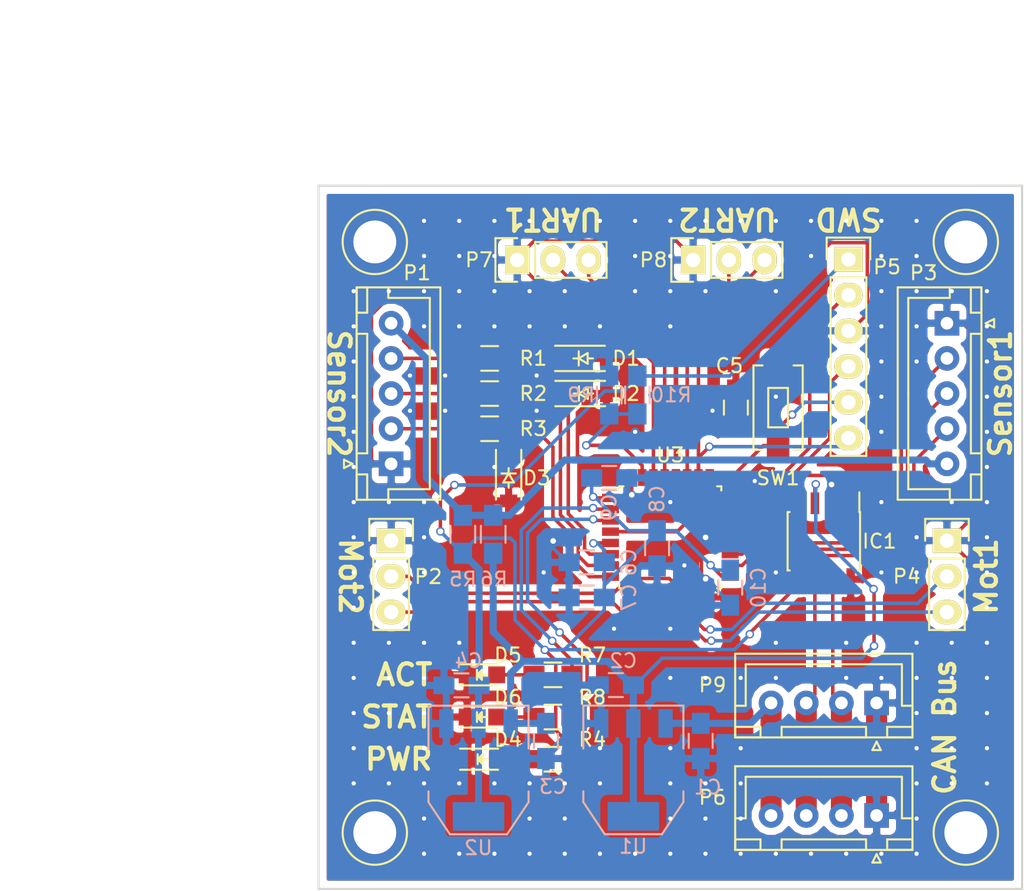
<source format=kicad_pcb>
(kicad_pcb (version 4) (host pcbnew 4.0.5)
  (layers (0 F.Cu signal) (31 B.Cu signal) (34 B.Paste user) (35 F.Paste user) (36 B.SilkS user) (37 F.SilkS user) (38 B.Mask user hide) (39 F.Mask user hide) (44 Edge.Cuts user))
  (net 0 "")
  (net 1 +9V)
  (net 2 CAN_L)
  (net 3 CAN_H)
  (net 4 GND)
  (net 5 +3V3)
  (net 6 Sensor_PWR)
  (net 7 +5V)
  (net 8 NRST)
  (net 9 TIM2|ENCA/Hall1)
  (net 10 TIM2|ENCB/Hall2)
  (net 11 TIM2|Hall3)
  (net 12 "Net-(D6-Pad2)")
  (net 13 CAN_TX)
  (net 14 CAN_RX)
  (net 15 Protect1)
  (net 16 Protect2)
  (net 17 Protect3)
  (net 18 SWCLK)
  (net 19 SWDIO)
  (net 20 USART2_TX/SWO)
  (net 21 TIM3|PWM1)
  (net 22 TIM3|DIR1/PWM2)
  (net 23 TIM1|ENCA/Hall1)
  (net 24 TIM1|ENCB/Hall2)
  (net 25 TIM1|Hall3)
  (net 26 TIM3|PWM3)
  (net 27 TIM3|DIR2/PWM4)
  (net 28 USART2_RX)
  (net 29 STATUS_LED)
  (net 30 BOOT0)
  (net 31 ACTIVITY_LED)
  (net 32 USART1_TX/SCL)
  (net 33 USART1_RX/SDA)
  (net 34 "Net-(D4-Pad2)")
  (net 35 "Net-(D5-Pad2)")
  (module PhoenixRobotik:Via-0.6mm (layer F.Cu) (at 131.5 101)
    (fp_text reference REF** hide)
    (fp_text value Via hide)
    (pad 1 thru_hole circle (at 0 0) (size 0.6 0.6) (drill 0.3) (layers *.Cu) (net 4 GND))
  )
  (module PhoenixRobotik:Via-0.6mm (layer F.Cu) (at 131.5 98.5)
    (fp_text reference REF** hide)
    (fp_text value Via hide)
    (pad 1 thru_hole circle (at 0 0) (size 0.6 0.6) (drill 0.3) (layers *.Cu) (net 4 GND))
  )
  (module PhoenixRobotik:Via-0.6mm (layer F.Cu) (at 134 101)
    (fp_text reference REF** hide)
    (fp_text value Via hide)
    (pad 1 thru_hole circle (at 0 0) (size 0.6 0.6) (drill 0.3) (layers *.Cu) (net 4 GND))
  )
  (module PhoenixRobotik:Via-0.6mm (layer F.Cu) (at 134 98.5)
    (fp_text reference REF** hide)
    (fp_text value Via hide)
    (pad 1 thru_hole circle (at 0 0) (size 0.6 0.6) (drill 0.3) (layers *.Cu) (net 4 GND))
  )
  (module PhoenixRobotik:Via-0.6mm (layer F.Cu) (at 156 106)
    (fp_text reference REF** hide)
    (fp_text value Via hide)
    (pad 1 thru_hole circle (at 0 0) (size 0.6 0.6) (drill 0.3) (layers *.Cu) (net 4 GND))
  )
  (module PhoenixRobotik:Via-0.6mm (layer F.Cu) (at 150 116.5)
    (fp_text reference REF** hide)
    (fp_text value Via hide)
    (pad 1 thru_hole circle (at 0 0) (size 0.6 0.6) (drill 0.3) (layers *.Cu) (net 4 GND))
  )
  (module PhoenixRobotik:Via-0.6mm (layer F.Cu) (at 151 112)
    (fp_text reference REF** hide)
    (fp_text value Via hide)
    (pad 1 thru_hole circle (at 0 0) (size 0.6 0.6) (drill 0.3) (layers *.Cu) (net 4 GND))
  )
  (module PhoenixRobotik:Via-0.6mm (layer F.Cu) (at 146 116.5)
    (fp_text reference REF** hide)
    (fp_text value Via hide)
    (pad 1 thru_hole circle (at 0 0) (size 0.6 0.6) (drill 0.3) (layers *.Cu) (net 4 GND))
  )
  (module PhoenixRobotik:Via-0.6mm (layer F.Cu) (at 153 101)
    (fp_text reference REF** hide)
    (fp_text value Via hide)
    (pad 1 thru_hole circle (at 0 0) (size 0.6 0.6) (drill 0.3) (layers *.Cu) (net 4 GND))
  )
  (module PhoenixRobotik:Via-0.6mm (layer F.Cu) (at 140.5 101)
    (fp_text reference REF** hide)
    (fp_text value Via hide)
    (pad 1 thru_hole circle (at 0 0) (size 0.6 0.6) (drill 0.3) (layers *.Cu) (net 4 GND))
  )
  (module PhoenixRobotik:Via-0.6mm (layer F.Cu) (at 140.5 98.5)
    (fp_text reference REF** hide)
    (fp_text value Via hide)
    (pad 1 thru_hole circle (at 0 0) (size 0.6 0.6) (drill 0.3) (layers *.Cu) (net 4 GND))
  )
  (module PhoenixRobotik:Via-0.6mm (layer F.Cu) (at 157.5 92.5)
    (fp_text reference REF** hide)
    (fp_text value Via hide)
    (pad 1 thru_hole circle (at 0 0) (size 0.6 0.6) (drill 0.3) (layers *.Cu) (net 4 GND))
  )
  (module PhoenixRobotik:Via-0.6mm (layer F.Cu) (at 167.5 132.5)
    (fp_text reference REF** hide)
    (fp_text value Via hide)
    (pad 1 thru_hole circle (at 0 0) (size 0.6 0.6) (drill 0.3) (layers *.Cu) (net 4 GND))
  )
  (module PhoenixRobotik:Via-0.6mm (layer F.Cu) (at 165 132.5)
    (fp_text reference REF** hide)
    (fp_text value Via hide)
    (pad 1 thru_hole circle (at 0 0) (size 0.6 0.6) (drill 0.3) (layers *.Cu) (net 4 GND))
  )
  (module PhoenixRobotik:Via-0.6mm (layer F.Cu) (at 162.5 132.5)
    (fp_text reference REF** hide)
    (fp_text value Via hide)
    (pad 1 thru_hole circle (at 0 0) (size 0.6 0.6) (drill 0.3) (layers *.Cu) (net 4 GND))
  )
  (module PhoenixRobotik:Via-0.6mm (layer F.Cu) (at 160 132.5)
    (fp_text reference REF** hide)
    (fp_text value Via hide)
    (pad 1 thru_hole circle (at 0 0) (size 0.6 0.6) (drill 0.3) (layers *.Cu) (net 4 GND))
  )
  (module PhoenixRobotik:Via-0.6mm (layer F.Cu) (at 157.5 132.5)
    (fp_text reference REF** hide)
    (fp_text value Via hide)
    (pad 1 thru_hole circle (at 0 0) (size 0.6 0.6) (drill 0.3) (layers *.Cu) (net 4 GND))
  )
  (module PhoenixRobotik:Via-0.6mm (layer F.Cu) (at 155 132.5)
    (fp_text reference REF** hide)
    (fp_text value Via hide)
    (pad 1 thru_hole circle (at 0 0) (size 0.6 0.6) (drill 0.3) (layers *.Cu) (net 4 GND))
  )
  (module PhoenixRobotik:Via-0.6mm (layer F.Cu) (at 152.5 132.5)
    (fp_text reference REF** hide)
    (fp_text value Via hide)
    (pad 1 thru_hole circle (at 0 0) (size 0.6 0.6) (drill 0.3) (layers *.Cu) (net 4 GND))
  )
  (module PhoenixRobotik:Via-0.6mm (layer F.Cu) (at 150 132.5)
    (fp_text reference REF** hide)
    (fp_text value Via hide)
    (pad 1 thru_hole circle (at 0 0) (size 0.6 0.6) (drill 0.3) (layers *.Cu) (net 4 GND))
  )
  (module PhoenixRobotik:Via-0.6mm (layer F.Cu) (at 147.5 132.5)
    (fp_text reference REF** hide)
    (fp_text value Via hide)
    (pad 1 thru_hole circle (at 0 0) (size 0.6 0.6) (drill 0.3) (layers *.Cu) (net 4 GND))
  )
  (module PhoenixRobotik:Via-0.6mm (layer F.Cu) (at 145 132.5)
    (fp_text reference REF** hide)
    (fp_text value Via hide)
    (pad 1 thru_hole circle (at 0 0) (size 0.6 0.6) (drill 0.3) (layers *.Cu) (net 4 GND))
  )
  (module PhoenixRobotik:Via-0.6mm (layer F.Cu) (at 142.5 132.5)
    (fp_text reference REF** hide)
    (fp_text value Via hide)
    (pad 1 thru_hole circle (at 0 0) (size 0.6 0.6) (drill 0.3) (layers *.Cu) (net 4 GND))
  )
  (module PhoenixRobotik:Via-0.6mm (layer F.Cu) (at 140 132.5)
    (fp_text reference REF** hide)
    (fp_text value Via hide)
    (pad 1 thru_hole circle (at 0 0) (size 0.6 0.6) (drill 0.3) (layers *.Cu) (net 4 GND))
  )
  (module PhoenixRobotik:Via-0.6mm (layer F.Cu) (at 137.5 132.5)
    (fp_text reference REF** hide)
    (fp_text value Via hide)
    (pad 1 thru_hole circle (at 0 0) (size 0.6 0.6) (drill 0.3) (layers *.Cu) (net 4 GND))
  )
  (module PhoenixRobotik:Via-0.6mm (layer F.Cu) (at 135 132.5)
    (fp_text reference REF** hide)
    (fp_text value Via hide)
    (pad 1 thru_hole circle (at 0 0) (size 0.6 0.6) (drill 0.3) (layers *.Cu) (net 4 GND))
  )
  (module PhoenixRobotik:Via-0.6mm (layer F.Cu) (at 132.5 132.5)
    (fp_text reference REF** hide)
    (fp_text value Via hide)
    (pad 1 thru_hole circle (at 0 0) (size 0.6 0.6) (drill 0.3) (layers *.Cu) (net 4 GND))
  )
  (module PhoenixRobotik:Via-0.6mm (layer F.Cu) (at 167.5 130)
    (fp_text reference REF** hide)
    (fp_text value Via hide)
    (pad 1 thru_hole circle (at 0 0) (size 0.6 0.6) (drill 0.3) (layers *.Cu) (net 4 GND))
  )
  (module PhoenixRobotik:Via-0.6mm (layer F.Cu) (at 155 130)
    (fp_text reference REF** hide)
    (fp_text value Via hide)
    (pad 1 thru_hole circle (at 0 0) (size 0.6 0.6) (drill 0.3) (layers *.Cu) (net 4 GND))
  )
  (module PhoenixRobotik:Via-0.6mm (layer F.Cu) (at 152.5 130)
    (fp_text reference REF** hide)
    (fp_text value Via hide)
    (pad 1 thru_hole circle (at 0 0) (size 0.6 0.6) (drill 0.3) (layers *.Cu) (net 4 GND))
  )
  (module PhoenixRobotik:Via-0.6mm (layer F.Cu) (at 150 130)
    (fp_text reference REF** hide)
    (fp_text value Via hide)
    (pad 1 thru_hole circle (at 0 0) (size 0.6 0.6) (drill 0.3) (layers *.Cu) (net 4 GND))
  )
  (module PhoenixRobotik:Via-0.6mm (layer F.Cu) (at 142.5 130)
    (fp_text reference REF** hide)
    (fp_text value Via hide)
    (pad 1 thru_hole circle (at 0 0) (size 0.6 0.6) (drill 0.3) (layers *.Cu) (net 4 GND))
  )
  (module PhoenixRobotik:Via-0.6mm (layer F.Cu) (at 140 130)
    (fp_text reference REF** hide)
    (fp_text value Via hide)
    (pad 1 thru_hole circle (at 0 0) (size 0.6 0.6) (drill 0.3) (layers *.Cu) (net 4 GND))
  )
  (module PhoenixRobotik:Via-0.6mm (layer F.Cu) (at 132.5 130)
    (fp_text reference REF** hide)
    (fp_text value Via hide)
    (pad 1 thru_hole circle (at 0 0) (size 0.6 0.6) (drill 0.3) (layers *.Cu) (net 4 GND))
  )
  (module PhoenixRobotik:Via-0.6mm (layer F.Cu) (at 172.5 127.5)
    (fp_text reference REF** hide)
    (fp_text value Via hide)
    (pad 1 thru_hole circle (at 0 0) (size 0.6 0.6) (drill 0.3) (layers *.Cu) (net 4 GND))
  )
  (module PhoenixRobotik:Via-0.6mm (layer F.Cu) (at 170 127.5)
    (fp_text reference REF** hide)
    (fp_text value Via hide)
    (pad 1 thru_hole circle (at 0 0) (size 0.6 0.6) (drill 0.3) (layers *.Cu) (net 4 GND))
  )
  (module PhoenixRobotik:Via-0.6mm (layer F.Cu) (at 167.5 127.5)
    (fp_text reference REF** hide)
    (fp_text value Via hide)
    (pad 1 thru_hole circle (at 0 0) (size 0.6 0.6) (drill 0.3) (layers *.Cu) (net 4 GND))
  )
  (module PhoenixRobotik:Via-0.6mm (layer F.Cu) (at 155 127.5)
    (fp_text reference REF** hide)
    (fp_text value Via hide)
    (pad 1 thru_hole circle (at 0 0) (size 0.6 0.6) (drill 0.3) (layers *.Cu) (net 4 GND))
  )
  (module PhoenixRobotik:Via-0.6mm (layer F.Cu) (at 152.5 127.5)
    (fp_text reference REF** hide)
    (fp_text value Via hide)
    (pad 1 thru_hole circle (at 0 0) (size 0.6 0.6) (drill 0.3) (layers *.Cu) (net 4 GND))
  )
  (module PhoenixRobotik:Via-0.6mm (layer F.Cu) (at 150 127.5)
    (fp_text reference REF** hide)
    (fp_text value Via hide)
    (pad 1 thru_hole circle (at 0 0) (size 0.6 0.6) (drill 0.3) (layers *.Cu) (net 4 GND))
  )
  (module PhoenixRobotik:Via-0.6mm (layer F.Cu) (at 145 127.5)
    (fp_text reference REF** hide)
    (fp_text value Via hide)
    (pad 1 thru_hole circle (at 0 0) (size 0.6 0.6) (drill 0.3) (layers *.Cu) (net 4 GND))
  )
  (module PhoenixRobotik:Via-0.6mm (layer F.Cu) (at 142.5 127.5)
    (fp_text reference REF** hide)
    (fp_text value Via hide)
    (pad 1 thru_hole circle (at 0 0) (size 0.6 0.6) (drill 0.3) (layers *.Cu) (net 4 GND))
  )
  (module PhoenixRobotik:Via-0.6mm (layer F.Cu) (at 140 127.5)
    (fp_text reference REF** hide)
    (fp_text value Via hide)
    (pad 1 thru_hole circle (at 0 0) (size 0.6 0.6) (drill 0.3) (layers *.Cu) (net 4 GND))
  )
  (module PhoenixRobotik:Via-0.6mm (layer F.Cu) (at 137.5 127.5)
    (fp_text reference REF** hide)
    (fp_text value Via hide)
    (pad 1 thru_hole circle (at 0 0) (size 0.6 0.6) (drill 0.3) (layers *.Cu) (net 4 GND))
  )
  (module PhoenixRobotik:Via-0.6mm (layer F.Cu) (at 135 127.5)
    (fp_text reference REF** hide)
    (fp_text value Via hide)
    (pad 1 thru_hole circle (at 0 0) (size 0.6 0.6) (drill 0.3) (layers *.Cu) (net 4 GND))
  )
  (module PhoenixRobotik:Via-0.6mm (layer F.Cu) (at 132.5 127.5)
    (fp_text reference REF** hide)
    (fp_text value Via hide)
    (pad 1 thru_hole circle (at 0 0) (size 0.6 0.6) (drill 0.3) (layers *.Cu) (net 4 GND))
  )
  (module PhoenixRobotik:Via-0.6mm (layer F.Cu) (at 130 127.5)
    (fp_text reference REF** hide)
    (fp_text value Via hide)
    (pad 1 thru_hole circle (at 0 0) (size 0.6 0.6) (drill 0.3) (layers *.Cu) (net 4 GND))
  )
  (module PhoenixRobotik:Via-0.6mm (layer F.Cu) (at 127.5 127.5)
    (fp_text reference REF** hide)
    (fp_text value Via hide)
    (pad 1 thru_hole circle (at 0 0) (size 0.6 0.6) (drill 0.3) (layers *.Cu) (net 4 GND))
  )
  (module PhoenixRobotik:Via-0.6mm (layer F.Cu) (at 172.5 125)
    (fp_text reference REF** hide)
    (fp_text value Via hide)
    (pad 1 thru_hole circle (at 0 0) (size 0.6 0.6) (drill 0.3) (layers *.Cu) (net 4 GND))
  )
  (module PhoenixRobotik:Via-0.6mm (layer F.Cu) (at 170 125)
    (fp_text reference REF** hide)
    (fp_text value Via hide)
    (pad 1 thru_hole circle (at 0 0) (size 0.6 0.6) (drill 0.3) (layers *.Cu) (net 4 GND))
  )
  (module PhoenixRobotik:Via-0.6mm (layer F.Cu) (at 167.5 125)
    (fp_text reference REF** hide)
    (fp_text value Via hide)
    (pad 1 thru_hole circle (at 0 0) (size 0.6 0.6) (drill 0.3) (layers *.Cu) (net 4 GND))
  )
  (module PhoenixRobotik:Via-0.6mm (layer F.Cu) (at 155 125)
    (fp_text reference REF** hide)
    (fp_text value Via hide)
    (pad 1 thru_hole circle (at 0 0) (size 0.6 0.6) (drill 0.3) (layers *.Cu) (net 4 GND))
  )
  (module PhoenixRobotik:Via-0.6mm (layer F.Cu) (at 150 125)
    (fp_text reference REF** hide)
    (fp_text value Via hide)
    (pad 1 thru_hole circle (at 0 0) (size 0.6 0.6) (drill 0.3) (layers *.Cu) (net 4 GND))
  )
  (module PhoenixRobotik:Via-0.6mm (layer F.Cu) (at 145 125)
    (fp_text reference REF** hide)
    (fp_text value Via hide)
    (pad 1 thru_hole circle (at 0 0) (size 0.6 0.6) (drill 0.3) (layers *.Cu) (net 4 GND))
  )
  (module PhoenixRobotik:Via-0.6mm (layer F.Cu) (at 132.5 125)
    (fp_text reference REF** hide)
    (fp_text value Via hide)
    (pad 1 thru_hole circle (at 0 0) (size 0.6 0.6) (drill 0.3) (layers *.Cu) (net 4 GND))
  )
  (module PhoenixRobotik:Via-0.6mm (layer F.Cu) (at 130 125)
    (fp_text reference REF** hide)
    (fp_text value Via hide)
    (pad 1 thru_hole circle (at 0 0) (size 0.6 0.6) (drill 0.3) (layers *.Cu) (net 4 GND))
  )
  (module PhoenixRobotik:Via-0.6mm (layer F.Cu) (at 127.5 125)
    (fp_text reference REF** hide)
    (fp_text value Via hide)
    (pad 1 thru_hole circle (at 0 0) (size 0.6 0.6) (drill 0.3) (layers *.Cu) (net 4 GND))
  )
  (module PhoenixRobotik:Via-0.6mm (layer F.Cu) (at 172.5 122.5)
    (fp_text reference REF** hide)
    (fp_text value Via hide)
    (pad 1 thru_hole circle (at 0 0) (size 0.6 0.6) (drill 0.3) (layers *.Cu) (net 4 GND))
  )
  (module PhoenixRobotik:Via-0.6mm (layer F.Cu) (at 170 122.5)
    (fp_text reference REF** hide)
    (fp_text value Via hide)
    (pad 1 thru_hole circle (at 0 0) (size 0.6 0.6) (drill 0.3) (layers *.Cu) (net 4 GND))
  )
  (module PhoenixRobotik:Via-0.6mm (layer F.Cu) (at 167.5 122.5)
    (fp_text reference REF** hide)
    (fp_text value Via hide)
    (pad 1 thru_hole circle (at 0 0) (size 0.6 0.6) (drill 0.3) (layers *.Cu) (net 4 GND))
  )
  (module PhoenixRobotik:Via-0.6mm (layer F.Cu) (at 132.5 122.5)
    (fp_text reference REF** hide)
    (fp_text value Via hide)
    (pad 1 thru_hole circle (at 0 0) (size 0.6 0.6) (drill 0.3) (layers *.Cu) (net 4 GND))
  )
  (module PhoenixRobotik:Via-0.6mm (layer F.Cu) (at 130 122.5)
    (fp_text reference REF** hide)
    (fp_text value Via hide)
    (pad 1 thru_hole circle (at 0 0) (size 0.6 0.6) (drill 0.3) (layers *.Cu) (net 4 GND))
  )
  (module PhoenixRobotik:Via-0.6mm (layer F.Cu) (at 127.5 122.5)
    (fp_text reference REF** hide)
    (fp_text value Via hide)
    (pad 1 thru_hole circle (at 0 0) (size 0.6 0.6) (drill 0.3) (layers *.Cu) (net 4 GND))
  )
  (module PhoenixRobotik:Via-0.6mm (layer F.Cu) (at 172.5 120)
    (fp_text reference REF** hide)
    (fp_text value Via hide)
    (pad 1 thru_hole circle (at 0 0) (size 0.6 0.6) (drill 0.3) (layers *.Cu) (net 4 GND))
  )
  (module PhoenixRobotik:Via-0.6mm (layer F.Cu) (at 170 120)
    (fp_text reference REF** hide)
    (fp_text value Via hide)
    (pad 1 thru_hole circle (at 0 0) (size 0.6 0.6) (drill 0.3) (layers *.Cu) (net 4 GND))
  )
  (module PhoenixRobotik:Via-0.6mm (layer F.Cu) (at 167.5 120)
    (fp_text reference REF** hide)
    (fp_text value Via hide)
    (pad 1 thru_hole circle (at 0 0) (size 0.6 0.6) (drill 0.3) (layers *.Cu) (net 4 GND))
  )
  (module PhoenixRobotik:Via-0.6mm (layer F.Cu) (at 165 120)
    (fp_text reference REF** hide)
    (fp_text value Via hide)
    (pad 1 thru_hole circle (at 0 0) (size 0.6 0.6) (drill 0.3) (layers *.Cu) (net 4 GND))
  )
  (module PhoenixRobotik:Via-0.6mm (layer F.Cu) (at 162.5 120)
    (fp_text reference REF** hide)
    (fp_text value Via hide)
    (pad 1 thru_hole circle (at 0 0) (size 0.6 0.6) (drill 0.3) (layers *.Cu) (net 4 GND))
  )
  (module PhoenixRobotik:Via-0.6mm (layer F.Cu) (at 157.5 120)
    (fp_text reference REF** hide)
    (fp_text value Via hide)
    (pad 1 thru_hole circle (at 0 0) (size 0.6 0.6) (drill 0.3) (layers *.Cu) (net 4 GND))
  )
  (module PhoenixRobotik:Via-0.6mm (layer F.Cu) (at 155 120)
    (fp_text reference REF** hide)
    (fp_text value Via hide)
    (pad 1 thru_hole circle (at 0 0) (size 0.6 0.6) (drill 0.3) (layers *.Cu) (net 4 GND))
  )
  (module PhoenixRobotik:Via-0.6mm (layer F.Cu) (at 152.5 120)
    (fp_text reference REF** hide)
    (fp_text value Via hide)
    (pad 1 thru_hole circle (at 0 0) (size 0.6 0.6) (drill 0.3) (layers *.Cu) (net 4 GND))
  )
  (module PhoenixRobotik:Via-0.6mm (layer F.Cu) (at 150 120)
    (fp_text reference REF** hide)
    (fp_text value Via hide)
    (pad 1 thru_hole circle (at 0 0) (size 0.6 0.6) (drill 0.3) (layers *.Cu) (net 4 GND))
  )
  (module PhoenixRobotik:Via-0.6mm (layer F.Cu) (at 132.5 120)
    (fp_text reference REF** hide)
    (fp_text value Via hide)
    (pad 1 thru_hole circle (at 0 0) (size 0.6 0.6) (drill 0.3) (layers *.Cu) (net 4 GND))
  )
  (module PhoenixRobotik:Via-0.6mm (layer F.Cu) (at 130 120)
    (fp_text reference REF** hide)
    (fp_text value Via hide)
    (pad 1 thru_hole circle (at 0 0) (size 0.6 0.6) (drill 0.3) (layers *.Cu) (net 4 GND))
  )
  (module PhoenixRobotik:Via-0.6mm (layer F.Cu) (at 127.5 120)
    (fp_text reference REF** hide)
    (fp_text value Via hide)
    (pad 1 thru_hole circle (at 0 0) (size 0.6 0.6) (drill 0.3) (layers *.Cu) (net 4 GND))
  )
  (module PhoenixRobotik:Via-0.6mm (layer F.Cu) (at 172.5 117.5)
    (fp_text reference REF** hide)
    (fp_text value Via hide)
    (pad 1 thru_hole circle (at 0 0) (size 0.6 0.6) (drill 0.3) (layers *.Cu) (net 4 GND))
  )
  (module PhoenixRobotik:Via-0.6mm (layer F.Cu) (at 170 117.5)
    (fp_text reference REF** hide)
    (fp_text value Via hide)
    (pad 1 thru_hole circle (at 0 0) (size 0.6 0.6) (drill 0.3) (layers *.Cu) (net 4 GND))
  )
  (module PhoenixRobotik:Via-0.6mm (layer F.Cu) (at 167.5 117.5)
    (fp_text reference REF** hide)
    (fp_text value Via hide)
    (pad 1 thru_hole circle (at 0 0) (size 0.6 0.6) (drill 0.3) (layers *.Cu) (net 4 GND))
  )
  (module PhoenixRobotik:Via-0.6mm (layer F.Cu) (at 162.5 117.5)
    (fp_text reference REF** hide)
    (fp_text value Via hide)
    (pad 1 thru_hole circle (at 0 0) (size 0.6 0.6) (drill 0.3) (layers *.Cu) (net 4 GND))
  )
  (module PhoenixRobotik:Via-0.6mm (layer F.Cu) (at 157.5 117.5)
    (fp_text reference REF** hide)
    (fp_text value Via hide)
    (pad 1 thru_hole circle (at 0 0) (size 0.6 0.6) (drill 0.3) (layers *.Cu) (net 4 GND))
  )
  (module PhoenixRobotik:Via-0.6mm (layer F.Cu) (at 135 117.5)
    (fp_text reference REF** hide)
    (fp_text value Via hide)
    (pad 1 thru_hole circle (at 0 0) (size 0.6 0.6) (drill 0.3) (layers *.Cu) (net 4 GND))
  )
  (module PhoenixRobotik:Via-0.6mm (layer F.Cu) (at 132.5 117.5)
    (fp_text reference REF** hide)
    (fp_text value Via hide)
    (pad 1 thru_hole circle (at 0 0) (size 0.6 0.6) (drill 0.3) (layers *.Cu) (net 4 GND))
  )
  (module PhoenixRobotik:Via-0.6mm (layer F.Cu) (at 130 117.5)
    (fp_text reference REF** hide)
    (fp_text value Via hide)
    (pad 1 thru_hole circle (at 0 0) (size 0.6 0.6) (drill 0.3) (layers *.Cu) (net 4 GND))
  )
  (module PhoenixRobotik:Via-0.6mm (layer F.Cu) (at 127.5 117.5)
    (fp_text reference REF** hide)
    (fp_text value Via hide)
    (pad 1 thru_hole circle (at 0 0) (size 0.6 0.6) (drill 0.3) (layers *.Cu) (net 4 GND))
  )
  (module PhoenixRobotik:Via-0.6mm (layer F.Cu) (at 172.5 115)
    (fp_text reference REF** hide)
    (fp_text value Via hide)
    (pad 1 thru_hole circle (at 0 0) (size 0.6 0.6) (drill 0.3) (layers *.Cu) (net 4 GND))
  )
  (module PhoenixRobotik:Via-0.6mm (layer F.Cu) (at 127.5 115)
    (fp_text reference REF** hide)
    (fp_text value Via hide)
    (pad 1 thru_hole circle (at 0 0) (size 0.6 0.6) (drill 0.3) (layers *.Cu) (net 4 GND))
  )
  (module PhoenixRobotik:Via-0.6mm (layer F.Cu) (at 172.5 112.5)
    (fp_text reference REF** hide)
    (fp_text value Via hide)
    (pad 1 thru_hole circle (at 0 0) (size 0.6 0.6) (drill 0.3) (layers *.Cu) (net 4 GND))
  )
  (module PhoenixRobotik:Via-0.6mm (layer F.Cu) (at 167.5 112.5)
    (fp_text reference REF** hide)
    (fp_text value Via hide)
    (pad 1 thru_hole circle (at 0 0) (size 0.6 0.6) (drill 0.3) (layers *.Cu) (net 4 GND))
  )
  (module PhoenixRobotik:Via-0.6mm (layer F.Cu) (at 165 112.5)
    (fp_text reference REF** hide)
    (fp_text value Via hide)
    (pad 1 thru_hole circle (at 0 0) (size 0.6 0.6) (drill 0.3) (layers *.Cu) (net 4 GND))
  )
  (module PhoenixRobotik:Via-0.6mm (layer F.Cu) (at 157.5 112.5)
    (fp_text reference REF** hide)
    (fp_text value Via hide)
    (pad 1 thru_hole circle (at 0 0) (size 0.6 0.6) (drill 0.3) (layers *.Cu) (net 4 GND))
  )
  (module PhoenixRobotik:Via-0.6mm (layer F.Cu) (at 141 112.5)
    (fp_text reference REF** hide)
    (fp_text value Via hide)
    (pad 1 thru_hole circle (at 0 0) (size 0.6 0.6) (drill 0.3) (layers *.Cu) (net 4 GND))
  )
  (module PhoenixRobotik:Via-0.6mm (layer F.Cu) (at 132.5 112.5)
    (fp_text reference REF** hide)
    (fp_text value Via hide)
    (pad 1 thru_hole circle (at 0 0) (size 0.6 0.6) (drill 0.3) (layers *.Cu) (net 4 GND))
  )
  (module PhoenixRobotik:Via-0.6mm (layer F.Cu) (at 127.5 112.5)
    (fp_text reference REF** hide)
    (fp_text value Via hide)
    (pad 1 thru_hole circle (at 0 0) (size 0.6 0.6) (drill 0.3) (layers *.Cu) (net 4 GND))
  )
  (module PhoenixRobotik:Via-0.6mm (layer F.Cu) (at 172.5 110)
    (fp_text reference REF** hide)
    (fp_text value Via hide)
    (pad 1 thru_hole circle (at 0 0) (size 0.6 0.6) (drill 0.3) (layers *.Cu) (net 4 GND))
  )
  (module PhoenixRobotik:Via-0.6mm (layer F.Cu) (at 167.5 110)
    (fp_text reference REF** hide)
    (fp_text value Via hide)
    (pad 1 thru_hole circle (at 0 0) (size 0.6 0.6) (drill 0.3) (layers *.Cu) (net 4 GND))
  )
  (module PhoenixRobotik:Via-0.6mm (layer F.Cu) (at 132.5 110)
    (fp_text reference REF** hide)
    (fp_text value Via hide)
    (pad 1 thru_hole circle (at 0 0) (size 0.6 0.6) (drill 0.3) (layers *.Cu) (net 4 GND))
  )
  (module PhoenixRobotik:Via-0.6mm (layer F.Cu) (at 130 110)
    (fp_text reference REF** hide)
    (fp_text value Via hide)
    (pad 1 thru_hole circle (at 0 0) (size 0.6 0.6) (drill 0.3) (layers *.Cu) (net 4 GND))
  )
  (module PhoenixRobotik:Via-0.6mm (layer F.Cu) (at 127.5 110)
    (fp_text reference REF** hide)
    (fp_text value Via hide)
    (pad 1 thru_hole circle (at 0 0) (size 0.6 0.6) (drill 0.3) (layers *.Cu) (net 4 GND))
  )
  (module PhoenixRobotik:Via-0.6mm (layer F.Cu) (at 172.5 107.5)
    (fp_text reference REF** hide)
    (fp_text value Via hide)
    (pad 1 thru_hole circle (at 0 0) (size 0.6 0.6) (drill 0.3) (layers *.Cu) (net 4 GND))
  )
  (module PhoenixRobotik:Via-0.6mm (layer F.Cu) (at 170 107.5)
    (fp_text reference REF** hide)
    (fp_text value Via hide)
    (pad 1 thru_hole circle (at 0 0) (size 0.6 0.6) (drill 0.3) (layers *.Cu) (net 4 GND))
  )
  (module PhoenixRobotik:Via-0.6mm (layer F.Cu) (at 165 107.5)
    (fp_text reference REF** hide)
    (fp_text value Via hide)
    (pad 1 thru_hole circle (at 0 0) (size 0.6 0.6) (drill 0.3) (layers *.Cu) (net 4 GND))
  )
  (module PhoenixRobotik:Via-0.6mm (layer F.Cu) (at 150 107.5)
    (fp_text reference REF** hide)
    (fp_text value Via hide)
    (pad 1 thru_hole circle (at 0 0) (size 0.6 0.6) (drill 0.3) (layers *.Cu) (net 4 GND))
  )
  (module PhoenixRobotik:Via-0.6mm (layer F.Cu) (at 132.5 107.5)
    (fp_text reference REF** hide)
    (fp_text value Via hide)
    (pad 1 thru_hole circle (at 0 0) (size 0.6 0.6) (drill 0.3) (layers *.Cu) (net 4 GND))
  )
  (module PhoenixRobotik:Via-0.6mm (layer F.Cu) (at 130 107.5)
    (fp_text reference REF** hide)
    (fp_text value Via hide)
    (pad 1 thru_hole circle (at 0 0) (size 0.6 0.6) (drill 0.3) (layers *.Cu) (net 4 GND))
  )
  (module PhoenixRobotik:Via-0.6mm (layer F.Cu) (at 127.5 107.5)
    (fp_text reference REF** hide)
    (fp_text value Via hide)
    (pad 1 thru_hole circle (at 0 0) (size 0.6 0.6) (drill 0.3) (layers *.Cu) (net 4 GND))
  )
  (module PhoenixRobotik:Via-0.6mm (layer F.Cu) (at 172.5 105)
    (fp_text reference REF** hide)
    (fp_text value Via hide)
    (pad 1 thru_hole circle (at 0 0) (size 0.6 0.6) (drill 0.3) (layers *.Cu) (net 4 GND))
  )
  (module PhoenixRobotik:Via-0.6mm (layer F.Cu) (at 137.5 105)
    (fp_text reference REF** hide)
    (fp_text value Via hide)
    (pad 1 thru_hole circle (at 0 0) (size 0.6 0.6) (drill 0.3) (layers *.Cu) (net 4 GND))
  )
  (module PhoenixRobotik:Via-0.6mm (layer F.Cu) (at 127.5 105)
    (fp_text reference REF** hide)
    (fp_text value Via hide)
    (pad 1 thru_hole circle (at 0 0) (size 0.6 0.6) (drill 0.3) (layers *.Cu) (net 4 GND))
  )
  (module PhoenixRobotik:Via-0.6mm (layer F.Cu) (at 172.5 102.5)
    (fp_text reference REF** hide)
    (fp_text value Via hide)
    (pad 1 thru_hole circle (at 0 0) (size 0.6 0.6) (drill 0.3) (layers *.Cu) (net 4 GND))
  )
  (module PhoenixRobotik:Via-0.6mm (layer F.Cu) (at 165 102.5)
    (fp_text reference REF** hide)
    (fp_text value Via hide)
    (pad 1 thru_hole circle (at 0 0) (size 0.6 0.6) (drill 0.3) (layers *.Cu) (net 4 GND))
  )
  (module PhoenixRobotik:Via-0.6mm (layer F.Cu) (at 147.5 102.5)
    (fp_text reference REF** hide)
    (fp_text value Via hide)
    (pad 1 thru_hole circle (at 0 0) (size 0.6 0.6) (drill 0.3) (layers *.Cu) (net 4 GND))
  )
  (module PhoenixRobotik:Via-0.6mm (layer F.Cu) (at 127.5 102.5)
    (fp_text reference REF** hide)
    (fp_text value Via hide)
    (pad 1 thru_hole circle (at 0 0) (size 0.6 0.6) (drill 0.3) (layers *.Cu) (net 4 GND))
  )
  (module PhoenixRobotik:Via-0.6mm (layer F.Cu) (at 172.5 100)
    (fp_text reference REF** hide)
    (fp_text value Via hide)
    (pad 1 thru_hole circle (at 0 0) (size 0.6 0.6) (drill 0.3) (layers *.Cu) (net 4 GND))
  )
  (module PhoenixRobotik:Via-0.6mm (layer F.Cu) (at 165 100)
    (fp_text reference REF** hide)
    (fp_text value Via hide)
    (pad 1 thru_hole circle (at 0 0) (size 0.6 0.6) (drill 0.3) (layers *.Cu) (net 4 GND))
  )
  (module PhoenixRobotik:Via-0.6mm (layer F.Cu) (at 157.5 100)
    (fp_text reference REF** hide)
    (fp_text value Via hide)
    (pad 1 thru_hole circle (at 0 0) (size 0.6 0.6) (drill 0.3) (layers *.Cu) (net 4 GND))
  )
  (module PhoenixRobotik:Via-0.6mm (layer F.Cu) (at 127.5 100)
    (fp_text reference REF** hide)
    (fp_text value Via hide)
    (pad 1 thru_hole circle (at 0 0) (size 0.6 0.6) (drill 0.3) (layers *.Cu) (net 4 GND))
  )
  (module PhoenixRobotik:Via-0.6mm (layer F.Cu) (at 172.5 97.5)
    (fp_text reference REF** hide)
    (fp_text value Via hide)
    (pad 1 thru_hole circle (at 0 0) (size 0.6 0.6) (drill 0.3) (layers *.Cu) (net 4 GND))
  )
  (module PhoenixRobotik:Via-0.6mm (layer F.Cu) (at 167.5 97.5)
    (fp_text reference REF** hide)
    (fp_text value Via hide)
    (pad 1 thru_hole circle (at 0 0) (size 0.6 0.6) (drill 0.3) (layers *.Cu) (net 4 GND))
  )
  (module PhoenixRobotik:Via-0.6mm (layer F.Cu) (at 165 97.5)
    (fp_text reference REF** hide)
    (fp_text value Via hide)
    (pad 1 thru_hole circle (at 0 0) (size 0.6 0.6) (drill 0.3) (layers *.Cu) (net 4 GND))
  )
  (module PhoenixRobotik:Via-0.6mm (layer F.Cu) (at 127.5 97.5)
    (fp_text reference REF** hide)
    (fp_text value Via hide)
    (pad 1 thru_hole circle (at 0 0) (size 0.6 0.6) (drill 0.3) (layers *.Cu) (net 4 GND))
  )
  (module PhoenixRobotik:Via-0.6mm (layer F.Cu) (at 172.5 95)
    (fp_text reference REF** hide)
    (fp_text value Via hide)
    (pad 1 thru_hole circle (at 0 0) (size 0.6 0.6) (drill 0.3) (layers *.Cu) (net 4 GND))
  )
  (module PhoenixRobotik:Via-0.6mm (layer F.Cu) (at 167.5 95)
    (fp_text reference REF** hide)
    (fp_text value Via hide)
    (pad 1 thru_hole circle (at 0 0) (size 0.6 0.6) (drill 0.3) (layers *.Cu) (net 4 GND))
  )
  (module PhoenixRobotik:Via-0.6mm (layer F.Cu) (at 165 95)
    (fp_text reference REF** hide)
    (fp_text value Via hide)
    (pad 1 thru_hole circle (at 0 0) (size 0.6 0.6) (drill 0.3) (layers *.Cu) (net 4 GND))
  )
  (module PhoenixRobotik:Via-0.6mm (layer F.Cu) (at 150 95)
    (fp_text reference REF** hide)
    (fp_text value Via hide)
    (pad 1 thru_hole circle (at 0 0) (size 0.6 0.6) (drill 0.3) (layers *.Cu) (net 4 GND))
  )
  (module PhoenixRobotik:Via-0.6mm (layer F.Cu) (at 145 95)
    (fp_text reference REF** hide)
    (fp_text value Via hide)
    (pad 1 thru_hole circle (at 0 0) (size 0.6 0.6) (drill 0.3) (layers *.Cu) (net 4 GND))
  )
  (module PhoenixRobotik:Via-0.6mm (layer F.Cu) (at 142.5 95)
    (fp_text reference REF** hide)
    (fp_text value Via hide)
    (pad 1 thru_hole circle (at 0 0) (size 0.6 0.6) (drill 0.3) (layers *.Cu) (net 4 GND))
  )
  (module PhoenixRobotik:Via-0.6mm (layer F.Cu) (at 140 95)
    (fp_text reference REF** hide)
    (fp_text value Via hide)
    (pad 1 thru_hole circle (at 0 0) (size 0.6 0.6) (drill 0.3) (layers *.Cu) (net 4 GND))
  )
  (module PhoenixRobotik:Via-0.6mm (layer F.Cu) (at 137.5 95)
    (fp_text reference REF** hide)
    (fp_text value Via hide)
    (pad 1 thru_hole circle (at 0 0) (size 0.6 0.6) (drill 0.3) (layers *.Cu) (net 4 GND))
  )
  (module PhoenixRobotik:Via-0.6mm (layer F.Cu) (at 135 95)
    (fp_text reference REF** hide)
    (fp_text value Via hide)
    (pad 1 thru_hole circle (at 0 0) (size 0.6 0.6) (drill 0.3) (layers *.Cu) (net 4 GND))
  )
  (module PhoenixRobotik:Via-0.6mm (layer F.Cu) (at 132.5 95)
    (fp_text reference REF** hide)
    (fp_text value Via hide)
    (pad 1 thru_hole circle (at 0 0) (size 0.6 0.6) (drill 0.3) (layers *.Cu) (net 4 GND))
  )
  (module PhoenixRobotik:Via-0.6mm (layer F.Cu) (at 127.5 95)
    (fp_text reference REF** hide)
    (fp_text value Via hide)
    (pad 1 thru_hole circle (at 0 0) (size 0.6 0.6) (drill 0.3) (layers *.Cu) (net 4 GND))
  )
  (module PhoenixRobotik:Via-0.6mm (layer F.Cu) (at 172.5 92.5)
    (fp_text reference REF** hide)
    (fp_text value Via hide)
    (pad 1 thru_hole circle (at 0 0) (size 0.6 0.6) (drill 0.3) (layers *.Cu) (net 4 GND))
  )
  (module PhoenixRobotik:Via-0.6mm (layer F.Cu) (at 170 92.5)
    (fp_text reference REF** hide)
    (fp_text value Via hide)
    (pad 1 thru_hole circle (at 0 0) (size 0.6 0.6) (drill 0.3) (layers *.Cu) (net 4 GND))
  )
  (module PhoenixRobotik:Via-0.6mm (layer F.Cu) (at 167.5 92.5)
    (fp_text reference REF** hide)
    (fp_text value Via hide)
    (pad 1 thru_hole circle (at 0 0) (size 0.6 0.6) (drill 0.3) (layers *.Cu) (net 4 GND))
  )
  (module PhoenixRobotik:Via-0.6mm (layer F.Cu) (at 165 92.5)
    (fp_text reference REF** hide)
    (fp_text value Via hide)
    (pad 1 thru_hole circle (at 0 0) (size 0.6 0.6) (drill 0.3) (layers *.Cu) (net 4 GND))
  )
  (module PhoenixRobotik:Via-0.6mm (layer F.Cu) (at 152.5 92.5)
    (fp_text reference REF** hide)
    (fp_text value Via hide)
    (pad 1 thru_hole circle (at 0 0) (size 0.6 0.6) (drill 0.3) (layers *.Cu) (net 4 GND))
  )
  (module PhoenixRobotik:Via-0.6mm (layer F.Cu) (at 150 92.5)
    (fp_text reference REF** hide)
    (fp_text value Via hide)
    (pad 1 thru_hole circle (at 0 0) (size 0.6 0.6) (drill 0.3) (layers *.Cu) (net 4 GND))
  )
  (module PhoenixRobotik:Via-0.6mm (layer F.Cu) (at 147.5 92.5)
    (fp_text reference REF** hide)
    (fp_text value Via hide)
    (pad 1 thru_hole circle (at 0 0) (size 0.6 0.6) (drill 0.3) (layers *.Cu) (net 4 GND))
  )
  (module PhoenixRobotik:Via-0.6mm (layer F.Cu) (at 142.5 92.5)
    (fp_text reference REF** hide)
    (fp_text value Via hide)
    (pad 1 thru_hole circle (at 0 0) (size 0.6 0.6) (drill 0.3) (layers *.Cu) (net 4 GND))
  )
  (module PhoenixRobotik:Via-0.6mm (layer F.Cu) (at 140 92.5)
    (fp_text reference REF** hide)
    (fp_text value Via hide)
    (pad 1 thru_hole circle (at 0 0) (size 0.6 0.6) (drill 0.3) (layers *.Cu) (net 4 GND))
  )
  (module PhoenixRobotik:Via-0.6mm (layer F.Cu) (at 137.5 92.5)
    (fp_text reference REF** hide)
    (fp_text value Via hide)
    (pad 1 thru_hole circle (at 0 0) (size 0.6 0.6) (drill 0.3) (layers *.Cu) (net 4 GND))
  )
  (module PhoenixRobotik:Via-0.6mm (layer F.Cu) (at 135 92.5)
    (fp_text reference REF** hide)
    (fp_text value Via hide)
    (pad 1 thru_hole circle (at 0 0) (size 0.6 0.6) (drill 0.3) (layers *.Cu) (net 4 GND))
  )
  (module PhoenixRobotik:Via-0.6mm (layer F.Cu) (at 132.5 92.5)
    (fp_text reference REF** hide)
    (fp_text value Via hide)
    (pad 1 thru_hole circle (at 0 0) (size 0.6 0.6) (drill 0.3) (layers *.Cu) (net 4 GND))
  )
  (module PhoenixRobotik:Via-0.6mm (layer F.Cu) (at 130 92.5)
    (fp_text reference REF** hide)
    (fp_text value Via hide)
    (pad 1 thru_hole circle (at 0 0) (size 0.6 0.6) (drill 0.3) (layers *.Cu) (net 4 GND))
  )
  (module PhoenixRobotik:Via-0.6mm (layer F.Cu) (at 127.5 92.5)
    (fp_text reference REF** hide)
    (fp_text value Via hide)
    (pad 1 thru_hole circle (at 0 0) (size 0.6 0.6) (drill 0.3) (layers *.Cu) (net 4 GND))
  )
  (module PhoenixRobotik:Via-0.6mm (layer F.Cu) (at 167.5 90)
    (fp_text reference REF** hide)
    (fp_text value Via hide)
    (pad 1 thru_hole circle (at 0 0) (size 0.6 0.6) (drill 0.3) (layers *.Cu) (net 4 GND))
  )
  (module PhoenixRobotik:Via-0.6mm (layer F.Cu) (at 165 90)
    (fp_text reference REF** hide)
    (fp_text value Via hide)
    (pad 1 thru_hole circle (at 0 0) (size 0.6 0.6) (drill 0.3) (layers *.Cu) (net 4 GND))
  )
  (module PhoenixRobotik:Via-0.6mm (layer F.Cu) (at 160 90)
    (fp_text reference REF** hide)
    (fp_text value Via hide)
    (pad 1 thru_hole circle (at 0 0) (size 0.6 0.6) (drill 0.3) (layers *.Cu) (net 4 GND))
  )
  (module PhoenixRobotik:Via-0.6mm (layer F.Cu) (at 150 90)
    (fp_text reference REF** hide)
    (fp_text value Via hide)
    (pad 1 thru_hole circle (at 0 0) (size 0.6 0.6) (drill 0.3) (layers *.Cu) (net 4 GND))
  )
  (module PhoenixRobotik:Via-0.6mm (layer F.Cu) (at 147.5 90)
    (fp_text reference REF** hide)
    (fp_text value Via hide)
    (pad 1 thru_hole circle (at 0 0) (size 0.6 0.6) (drill 0.3) (layers *.Cu) (net 4 GND))
  )
  (module PhoenixRobotik:Via-0.6mm (layer F.Cu) (at 137.5 90)
    (fp_text reference REF** hide)
    (fp_text value Via hide)
    (pad 1 thru_hole circle (at 0 0) (size 0.6 0.6) (drill 0.3) (layers *.Cu) (net 4 GND))
  )
  (module PhoenixRobotik:Via-0.6mm (layer F.Cu) (at 135 90)
    (fp_text reference REF** hide)
    (fp_text value Via hide)
    (pad 1 thru_hole circle (at 0 0) (size 0.6 0.6) (drill 0.3) (layers *.Cu) (net 4 GND))
  )
  (module PhoenixRobotik:Via-0.6mm (layer F.Cu) (at 132.5 90)
    (fp_text reference REF** hide)
    (fp_text value Via hide)
    (pad 1 thru_hole circle (at 0 0) (size 0.6 0.6) (drill 0.3) (layers *.Cu) (net 4 GND))
  )
  (module PhoenixRobotik:Via-0.6mm (layer F.Cu) (at 167.5 87.5)
    (fp_text reference REF** hide)
    (fp_text value Via hide)
    (pad 1 thru_hole circle (at 0 0) (size 0.6 0.6) (drill 0.3) (layers *.Cu) (net 4 GND))
  )
  (module PhoenixRobotik:Via-0.6mm (layer F.Cu) (at 165 87.5)
    (fp_text reference REF** hide)
    (fp_text value Via hide)
    (pad 1 thru_hole circle (at 0 0) (size 0.6 0.6) (drill 0.3) (layers *.Cu) (net 4 GND))
  )
  (module PhoenixRobotik:Via-0.6mm (layer F.Cu) (at 162.5 87.5)
    (fp_text reference REF** hide)
    (fp_text value Via hide)
    (pad 1 thru_hole circle (at 0 0) (size 0.6 0.6) (drill 0.3) (layers *.Cu) (net 4 GND))
  )
  (module PhoenixRobotik:Via-0.6mm (layer F.Cu) (at 160 87.5)
    (fp_text reference REF** hide)
    (fp_text value Via hide)
    (pad 1 thru_hole circle (at 0 0) (size 0.6 0.6) (drill 0.3) (layers *.Cu) (net 4 GND))
  )
  (module PhoenixRobotik:Via-0.6mm (layer F.Cu) (at 157.5 87.5)
    (fp_text reference REF** hide)
    (fp_text value Via hide)
    (pad 1 thru_hole circle (at 0 0) (size 0.6 0.6) (drill 0.3) (layers *.Cu) (net 4 GND))
  )
  (module PhoenixRobotik:Via-0.6mm (layer F.Cu) (at 155 87.5)
    (fp_text reference REF** hide)
    (fp_text value Via hide)
    (pad 1 thru_hole circle (at 0 0) (size 0.6 0.6) (drill 0.3) (layers *.Cu) (net 4 GND))
  )
  (module PhoenixRobotik:Via-0.6mm (layer F.Cu) (at 152.5 87.5)
    (fp_text reference REF** hide)
    (fp_text value Via hide)
    (pad 1 thru_hole circle (at 0 0) (size 0.6 0.6) (drill 0.3) (layers *.Cu) (net 4 GND))
  )
  (module PhoenixRobotik:Via-0.6mm (layer F.Cu) (at 150 87.5)
    (fp_text reference REF** hide)
    (fp_text value Via hide)
    (pad 1 thru_hole circle (at 0 0) (size 0.6 0.6) (drill 0.3) (layers *.Cu) (net 4 GND))
  )
  (module PhoenixRobotik:Via-0.6mm (layer F.Cu) (at 147.5 87.5)
    (fp_text reference REF** hide)
    (fp_text value Via hide)
    (pad 1 thru_hole circle (at 0 0) (size 0.6 0.6) (drill 0.3) (layers *.Cu) (net 4 GND))
  )
  (module PhoenixRobotik:Via-0.6mm (layer F.Cu) (at 145 87.5)
    (fp_text reference REF** hide)
    (fp_text value Via hide)
    (pad 1 thru_hole circle (at 0 0) (size 0.6 0.6) (drill 0.3) (layers *.Cu) (net 4 GND))
  )
  (module PhoenixRobotik:Via-0.6mm (layer F.Cu) (at 142.5 87.5)
    (fp_text reference REF** hide)
    (fp_text value Via hide)
    (pad 1 thru_hole circle (at 0 0) (size 0.6 0.6) (drill 0.3) (layers *.Cu) (net 4 GND))
  )
  (module PhoenixRobotik:Via-0.6mm (layer F.Cu) (at 140 87.5)
    (fp_text reference REF** hide)
    (fp_text value Via hide)
    (pad 1 thru_hole circle (at 0 0) (size 0.6 0.6) (drill 0.3) (layers *.Cu) (net 4 GND))
  )
  (module PhoenixRobotik:Via-0.6mm (layer F.Cu) (at 137.5 87.5)
    (fp_text reference REF** hide)
    (fp_text value Via hide)
    (pad 1 thru_hole circle (at 0 0) (size 0.6 0.6) (drill 0.3) (layers *.Cu) (net 4 GND))
  )
  (module PhoenixRobotik:Via-0.6mm (layer F.Cu) (at 135 87.5)
    (fp_text reference REF** hide)
    (fp_text value Via hide)
    (pad 1 thru_hole circle (at 0 0) (size 0.6 0.6) (drill 0.3) (layers *.Cu) (net 4 GND))
  )
  (module PhoenixRobotik:Via-0.6mm (layer F.Cu) (at 132.5 87.5)
    (fp_text reference REF** hide)
    (fp_text value Via hide)
    (pad 1 thru_hole circle (at 0 0) (size 0.6 0.6) (drill 0.3) (layers *.Cu) (net 4 GND))
  )
  (module Connect:1pin (layer F.Cu) (at 171 89)
    (fp_text reference REF** hide)
    (fp_text value 1pin hide)
    (pad 1 thru_hole circle (at 0 0) (size 4.064 4.064) (drill 3.048) (layers *.Cu *.Mask) (net 4 GND))
  )
  (module Connect:1pin (layer F.Cu) (at 129 89)
    (fp_text reference REF** hide)
    (fp_text value 1pin hide)
    (pad 1 thru_hole circle (at 0 0) (size 4.064 4.064) (drill 3.048) (layers *.Cu *.Mask) (net 4 GND))
  )
  (module Connect:1pin (layer F.Cu) (at 129 131)
    (fp_text reference REF** hide)
    (fp_text value 1pin hide)
    (pad 1 thru_hole circle (at 0 0) (size 4.064 4.064) (drill 3.048) (layers *.Cu *.Mask) (net 4 GND))
  )
  (module Connect:1pin (layer F.Cu) (at 171 131)
    (fp_text reference REF** hide)
    (fp_text value 1pin hide)
    (pad 1 thru_hole circle (at 0 0) (size 4.064 4.064) (drill 3.048) (layers *.Cu *.Mask) (net 4 GND))
  )
  (module Connectors_JST:JST_XH_B04B-XH-A_04x2.50mm_Straight (layer F.Cu) (at 164.66 121.78 180)
    (fp_text reference P9 (at 11.66 1.28 360) (layer F.SilkS))
    (fp_text value CAN_conn)
    (pad 1 thru_hole rect (at 0 0 180) (size 1.75 1.75) (drill 0.9) (layers *.Cu *.Mask) (net 4 GND))
    (pad 2 thru_hole circle (at 2.5 0 180) (size 1.75 1.75) (drill 0.9) (layers *.Cu *.Mask) (net 3 CAN_H))
    (pad 3 thru_hole circle (at 5 0 180) (size 1.75 1.75) (drill 0.9) (layers *.Cu *.Mask) (net 2 CAN_L))
    (pad 4 thru_hole circle (at 7.5 0 180) (size 1.75 1.75) (drill 0.9) (layers *.Cu *.Mask) (net 1 +9V))
  )
  (module Capacitors_SMD:C_0805_HandSoldering (layer B.Cu) (at 152.16 124.48 270)
    (fp_text reference C1 (at 3.29 -0.5 540) (layer B.SilkS) (effects (justify mirror)))
    (fp_text value 100nF)
    (pad 1 smd rect (at -1.25 0 270) (size 1.5 1.25) (layers B.Cu B.Paste B.Mask) (net 1 +9V))
    (pad 2 smd rect (at 1.25 0 270) (size 1.5 1.25) (layers B.Cu B.Paste B.Mask) (net 4 GND))
  )
  (module Capacitors_SMD:C_0805_HandSoldering (layer B.Cu) (at 146.13 120.51 180)
    (fp_text reference C2 (at -0.53 1.73 360) (layer B.SilkS) (effects (justify mirror)))
    (fp_text value 100nF)
    (pad 1 smd rect (at -1.25 0 180) (size 1.5 1.25) (layers B.Cu B.Paste B.Mask) (net 7 +5V))
    (pad 2 smd rect (at 1.25 0 180) (size 1.5 1.25) (layers B.Cu B.Paste B.Mask) (net 4 GND))
  )
  (module Capacitors_SMD:C_0805_HandSoldering (layer B.Cu) (at 141.16 124.48 270)
    (fp_text reference C3 (at 3.25 -0.5 360) (layer B.SilkS) (effects (justify mirror)))
    (fp_text value 10uF)
    (pad 1 smd rect (at -1.25 0 270) (size 1.5 1.25) (layers B.Cu B.Paste B.Mask) (net 7 +5V))
    (pad 2 smd rect (at 1.25 0 270) (size 1.5 1.25) (layers B.Cu B.Paste B.Mask) (net 4 GND))
  )
  (module Capacitors_SMD:C_0805_HandSoldering (layer B.Cu) (at 135.16 120.53 180)
    (fp_text reference C4 (at -0.5 1.75 360) (layer B.SilkS) (effects (justify mirror)))
    (fp_text value 10uF)
    (pad 1 smd rect (at -1.25 0 180) (size 1.5 1.25) (layers B.Cu B.Paste B.Mask) (net 5 +3V3))
    (pad 2 smd rect (at 1.25 0 180) (size 1.5 1.25) (layers B.Cu B.Paste B.Mask) (net 4 GND))
  )
  (module Capacitors_SMD:C_0805_HandSoldering (layer F.Cu) (at 154.66 100.78 90)
    (fp_text reference C5 (at 2.98 -0.46 180) (layer F.SilkS))
    (fp_text value 0.1µF)
    (pad 1 smd rect (at -1.25 0 90) (size 1.5 1.25) (layers F.Cu F.Paste F.Mask) (net 8 NRST))
    (pad 2 smd rect (at 1.25 0 90) (size 1.5 1.25) (layers F.Cu F.Paste F.Mask) (net 4 GND))
  )
  (module Diodes_SMD:SOD-123 (layer F.Cu) (at 143.81 97.28)
    (fp_text reference D1 (at 3.05 0 180) (layer F.SilkS))
    (fp_text value D_Zener_Small)
    (pad 1 smd rect (at -1.635 0) (size 0.91 1.22) (layers F.Cu F.Paste F.Mask) (net 9 TIM2|ENCA/Hall1))
    (pad 2 smd rect (at 1.635 0) (size 0.91 1.22) (layers F.Cu F.Paste F.Mask) (net 4 GND))
  )
  (module Diodes_SMD:SOD-123 (layer F.Cu) (at 143.825 99.78)
    (fp_text reference D2 (at 3.035 0 180) (layer F.SilkS))
    (fp_text value D_Zener_Small)
    (pad 1 smd rect (at -1.635 0) (size 0.91 1.22) (layers F.Cu F.Paste F.Mask) (net 10 TIM2|ENCB/Hall2))
    (pad 2 smd rect (at 1.635 0) (size 0.91 1.22) (layers F.Cu F.Paste F.Mask) (net 4 GND))
  )
  (module Diodes_SMD:SOD-123 (layer F.Cu) (at 138.51 105.78 270)
    (fp_text reference D3 (at 0 -2 360) (layer F.SilkS))
    (fp_text value D_Zener_Small)
    (pad 1 smd rect (at -1.635 0 270) (size 0.91 1.22) (layers F.Cu F.Paste F.Mask) (net 11 TIM2|Hall3))
    (pad 2 smd rect (at 1.635 0 270) (size 0.91 1.22) (layers F.Cu F.Paste F.Mask) (net 4 GND))
  )
  (module LEDs:LED_0805 (layer F.Cu) (at 136.66 125.78)
    (fp_text reference D4 (at 1.8 -1.4 180) (layer F.SilkS))
    (fp_text value "LED PWR")
    (pad 2 smd rect (at 1.04902 0 180) (size 1.19888 1.19888) (layers F.Cu F.Paste F.Mask) (net 34 "Net-(D4-Pad2)"))
    (pad 1 smd rect (at -1.04902 0 180) (size 1.19888 1.19888) (layers F.Cu F.Paste F.Mask) (net 4 GND))
  )
  (module LEDs:LED_0805 (layer F.Cu) (at 136.61098 119.78)
    (fp_text reference D5 (at 1.84902 -1.4 180) (layer F.SilkS))
    (fp_text value "LED ACTIVITY")
    (pad 2 smd rect (at 1.04902 0 180) (size 1.19888 1.19888) (layers F.Cu F.Paste F.Mask) (net 35 "Net-(D5-Pad2)"))
    (pad 1 smd rect (at -1.04902 0 180) (size 1.19888 1.19888) (layers F.Cu F.Paste F.Mask) (net 4 GND))
  )
  (module LEDs:LED_0805 (layer F.Cu) (at 136.61098 122.78)
    (fp_text reference D6 (at 1.84902 -1.4 180) (layer F.SilkS))
    (fp_text value "LED STATUS")
    (pad 2 smd rect (at 1.04902 0 180) (size 1.19888 1.19888) (layers F.Cu F.Paste F.Mask) (net 12 "Net-(D6-Pad2)"))
    (pad 1 smd rect (at -1.04902 0 180) (size 1.19888 1.19888) (layers F.Cu F.Paste F.Mask) (net 4 GND))
  )
  (module Housings_SOIC:SOIC-8_3.9x4.9mm_Pitch1.27mm (layer F.Cu) (at 160.91 110.28 270)
    (fp_text reference IC1 (at 0 -3.95 360) (layer F.SilkS))
    (fp_text value MCP2562)
    (pad 1 smd rect (at -2.7 -1.905 270) (size 1.55 0.6) (layers F.Cu F.Paste F.Mask) (net 13 CAN_TX))
    (pad 2 smd rect (at -2.7 -0.635 270) (size 1.55 0.6) (layers F.Cu F.Paste F.Mask) (net 4 GND))
    (pad 3 smd rect (at -2.7 0.635 270) (size 1.55 0.6) (layers F.Cu F.Paste F.Mask) (net 7 +5V))
    (pad 4 smd rect (at -2.7 1.905 270) (size 1.55 0.6) (layers F.Cu F.Paste F.Mask) (net 14 CAN_RX))
    (pad 5 smd rect (at 2.7 1.905 270) (size 1.55 0.6) (layers F.Cu F.Paste F.Mask) (net 5 +3V3))
    (pad 6 smd rect (at 2.7 0.635 270) (size 1.55 0.6) (layers F.Cu F.Paste F.Mask) (net 2 CAN_L))
    (pad 7 smd rect (at 2.7 -0.635 270) (size 1.55 0.6) (layers F.Cu F.Paste F.Mask) (net 3 CAN_H))
    (pad 8 smd rect (at 2.7 -1.905 270) (size 1.55 0.6) (layers F.Cu F.Paste F.Mask) (net 4 GND))
  )
  (module Connectors_JST:JST_XH_B05B-XH-A_05x2.50mm_Straight (layer F.Cu) (at 130.16 104.78 90)
    (fp_text reference P1 (at 13.58 1.84 180) (layer F.SilkS))
    (fp_text value CONN_01X05)
    (pad 1 thru_hole rect (at 0 0 90) (size 1.75 1.75) (drill 0.9) (layers *.Cu *.Mask) (net 4 GND))
    (pad 2 thru_hole circle (at 2.5 0 90) (size 1.75 1.75) (drill 0.9) (layers *.Cu *.Mask) (net 17 Protect3))
    (pad 3 thru_hole circle (at 5 0 90) (size 1.75 1.75) (drill 0.9) (layers *.Cu *.Mask) (net 16 Protect2))
    (pad 4 thru_hole circle (at 7.5 0 90) (size 1.75 1.75) (drill 0.9) (layers *.Cu *.Mask) (net 15 Protect1))
    (pad 5 thru_hole circle (at 10 0 90) (size 1.75 1.75) (drill 0.9) (layers *.Cu *.Mask) (net 6 Sensor_PWR))
  )
  (module Pin_Headers:Pin_Header_Straight_1x03 (layer F.Cu) (at 130.16 110.24)
    (fp_text reference P2 (at 2.64 2.56 180) (layer F.SilkS))
    (fp_text value CONN_01X03)
    (pad 1 thru_hole rect (at 0 0) (size 2.032 1.7272) (drill 1.016) (layers *.Cu *.Mask F.SilkS) (net 4 GND))
    (pad 2 thru_hole oval (at 0 2.54) (size 2.032 1.7272) (drill 1.016) (layers *.Cu *.Mask F.SilkS) (net 22 TIM3|DIR1/PWM2))
    (pad 3 thru_hole oval (at 0 5.08) (size 2.032 1.7272) (drill 1.016) (layers *.Cu *.Mask F.SilkS) (net 21 TIM3|PWM1))
  )
  (module Connectors_JST:JST_XH_B05B-XH-A_05x2.50mm_Straight (layer F.Cu) (at 169.66 94.78 270)
    (fp_text reference P3 (at -3.58 1.66 360) (layer F.SilkS))
    (fp_text value CONN_01X05)
    (pad 1 thru_hole rect (at 0 0 270) (size 1.75 1.75) (drill 0.9) (layers *.Cu *.Mask) (net 4 GND))
    (pad 2 thru_hole circle (at 2.5 0 270) (size 1.75 1.75) (drill 0.9) (layers *.Cu *.Mask) (net 25 TIM1|Hall3))
    (pad 3 thru_hole circle (at 5 0 270) (size 1.75 1.75) (drill 0.9) (layers *.Cu *.Mask) (net 24 TIM1|ENCB/Hall2))
    (pad 4 thru_hole circle (at 7.5 0 270) (size 1.75 1.75) (drill 0.9) (layers *.Cu *.Mask) (net 23 TIM1|ENCA/Hall1))
    (pad 5 thru_hole circle (at 10 0 270) (size 1.75 1.75) (drill 0.9) (layers *.Cu *.Mask) (net 6 Sensor_PWR))
  )
  (module Pin_Headers:Pin_Header_Straight_1x03 (layer F.Cu) (at 169.66 110.24)
    (fp_text reference P4 (at -2.86 2.54 180) (layer F.SilkS))
    (fp_text value CONN_01X03)
    (pad 1 thru_hole rect (at 0 0) (size 2.032 1.7272) (drill 1.016) (layers *.Cu *.Mask F.SilkS) (net 4 GND))
    (pad 2 thru_hole oval (at 0 2.54) (size 2.032 1.7272) (drill 1.016) (layers *.Cu *.Mask F.SilkS) (net 27 TIM3|DIR2/PWM4))
    (pad 3 thru_hole oval (at 0 5.08) (size 2.032 1.7272) (drill 1.016) (layers *.Cu *.Mask F.SilkS) (net 26 TIM3|PWM3))
  )
  (module Pin_Headers:Pin_Header_Straight_1x06 (layer F.Cu) (at 162.66 90.24)
    (fp_text reference P5 (at 2.74 0.54) (layer F.SilkS))
    (fp_text value "Serial Wire")
    (pad 1 thru_hole rect (at 0 0) (size 2.032 1.7272) (drill 1.016) (layers *.Cu *.Mask F.SilkS) (net 5 +3V3))
    (pad 2 thru_hole oval (at 0 2.54) (size 2.032 1.7272) (drill 1.016) (layers *.Cu *.Mask F.SilkS) (net 18 SWCLK))
    (pad 3 thru_hole oval (at 0 5.08) (size 2.032 1.7272) (drill 1.016) (layers *.Cu *.Mask F.SilkS) (net 4 GND))
    (pad 4 thru_hole oval (at 0 7.62) (size 2.032 1.7272) (drill 1.016) (layers *.Cu *.Mask F.SilkS) (net 19 SWDIO))
    (pad 5 thru_hole oval (at 0 10.16) (size 2.032 1.7272) (drill 1.016) (layers *.Cu *.Mask F.SilkS) (net 8 NRST))
    (pad 6 thru_hole oval (at 0 12.7) (size 2.032 1.7272) (drill 1.016) (layers *.Cu *.Mask F.SilkS) (net 20 USART2_TX/SWO))
  )
  (module Connectors_JST:JST_XH_B04B-XH-A_04x2.50mm_Straight (layer F.Cu) (at 164.66 129.78 180)
    (fp_text reference P6 (at 11.66 1.28 360) (layer F.SilkS))
    (fp_text value CAN_conn)
    (pad 1 thru_hole rect (at 0 0 180) (size 1.75 1.75) (drill 0.9) (layers *.Cu *.Mask) (net 4 GND))
    (pad 2 thru_hole circle (at 2.5 0 180) (size 1.75 1.75) (drill 0.9) (layers *.Cu *.Mask) (net 3 CAN_H))
    (pad 3 thru_hole circle (at 5 0 180) (size 1.75 1.75) (drill 0.9) (layers *.Cu *.Mask) (net 2 CAN_L))
    (pad 4 thru_hole circle (at 7.5 0 180) (size 1.75 1.75) (drill 0.9) (layers *.Cu *.Mask) (net 1 +9V))
  )
  (module Pin_Headers:Pin_Header_Straight_1x03 (layer F.Cu) (at 139.12 90.28 90)
    (fp_text reference P7 (at 0 -2.72 180) (layer F.SilkS))
    (fp_text value CONN_01X03)
    (pad 1 thru_hole rect (at 0 0 90) (size 2.032 1.7272) (drill 1.016) (layers *.Cu *.Mask F.SilkS) (net 4 GND))
    (pad 2 thru_hole oval (at 0 2.54 90) (size 2.032 1.7272) (drill 1.016) (layers *.Cu *.Mask F.SilkS) (net 33 USART1_RX/SDA))
    (pad 3 thru_hole oval (at 0 5.08 90) (size 2.032 1.7272) (drill 1.016) (layers *.Cu *.Mask F.SilkS) (net 32 USART1_TX/SCL))
  )
  (module Pin_Headers:Pin_Header_Straight_1x03 (layer F.Cu) (at 151.62 90.28 90)
    (fp_text reference P8 (at 0 -2.82 180) (layer F.SilkS))
    (fp_text value CONN_01X03)
    (pad 1 thru_hole rect (at 0 0 90) (size 2.032 1.7272) (drill 1.016) (layers *.Cu *.Mask F.SilkS) (net 4 GND))
    (pad 2 thru_hole oval (at 0 2.54 90) (size 2.032 1.7272) (drill 1.016) (layers *.Cu *.Mask F.SilkS) (net 28 USART2_RX))
    (pad 3 thru_hole oval (at 0 5.08 90) (size 2.032 1.7272) (drill 1.016) (layers *.Cu *.Mask F.SilkS) (net 20 USART2_TX/SWO))
  )
  (module Resistors_SMD:R_0805_HandSoldering (layer F.Cu) (at 137.16 97.28 180)
    (fp_text reference R1 (at -3.1 0 360) (layer F.SilkS))
    (fp_text value R)
    (pad 1 smd rect (at -1.35 0 180) (size 1.5 1.3) (layers F.Cu F.Paste F.Mask) (net 9 TIM2|ENCA/Hall1))
    (pad 2 smd rect (at 1.35 0 180) (size 1.5 1.3) (layers F.Cu F.Paste F.Mask) (net 15 Protect1))
  )
  (module Resistors_SMD:R_0805_HandSoldering (layer F.Cu) (at 137.16 99.78 180)
    (fp_text reference R2 (at -3.1 0 360) (layer F.SilkS))
    (fp_text value R)
    (pad 1 smd rect (at -1.35 0 180) (size 1.5 1.3) (layers F.Cu F.Paste F.Mask) (net 10 TIM2|ENCB/Hall2))
    (pad 2 smd rect (at 1.35 0 180) (size 1.5 1.3) (layers F.Cu F.Paste F.Mask) (net 16 Protect2))
  )
  (module Resistors_SMD:R_0805_HandSoldering (layer F.Cu) (at 137.16 102.28 180)
    (fp_text reference R3 (at -3.1 0 360) (layer F.SilkS))
    (fp_text value R)
    (pad 1 smd rect (at -1.35 0 180) (size 1.5 1.3) (layers F.Cu F.Paste F.Mask) (net 11 TIM2|Hall3))
    (pad 2 smd rect (at 1.35 0 180) (size 1.5 1.3) (layers F.Cu F.Paste F.Mask) (net 17 Protect3))
  )
  (module Resistors_SMD:R_0805_HandSoldering (layer F.Cu) (at 141.66 125.78 180)
    (fp_text reference R4 (at -2.8 1.4 360) (layer F.SilkS))
    (fp_text value R)
    (pad 1 smd rect (at -1.35 0 180) (size 1.5 1.3) (layers F.Cu F.Paste F.Mask) (net 5 +3V3))
    (pad 2 smd rect (at 1.35 0 180) (size 1.5 1.3) (layers F.Cu F.Paste F.Mask) (net 34 "Net-(D4-Pad2)"))
  )
  (module Resistors_SMD:R_0805_HandSoldering (layer B.Cu) (at 135.256106 109.787512 90)
    (fp_text reference R5 (at -3.192488 0.003894 180) (layer B.SilkS) (effects (justify mirror)))
    (fp_text value 0R)
    (pad 1 smd rect (at -1.35 0 90) (size 1.5 1.3) (layers B.Cu B.Paste B.Mask) (net 5 +3V3))
    (pad 2 smd rect (at 1.35 0 90) (size 1.5 1.3) (layers B.Cu B.Paste B.Mask) (net 6 Sensor_PWR))
  )
  (module Resistors_SMD:R_0805_HandSoldering (layer B.Cu) (at 137.413572 109.787512 90)
    (fp_text reference R6 (at -3.192488 0.046428 180) (layer B.SilkS) (effects (justify mirror)))
    (fp_text value 0R)
    (pad 1 smd rect (at -1.35 0 90) (size 1.5 1.3) (layers B.Cu B.Paste B.Mask) (net 7 +5V))
    (pad 2 smd rect (at 1.35 0 90) (size 1.5 1.3) (layers B.Cu B.Paste B.Mask) (net 6 Sensor_PWR))
  )
  (module Resistors_SMD:R_0805_HandSoldering (layer F.Cu) (at 141.66 119.78 180)
    (fp_text reference R7 (at -2.8 1.4 360) (layer F.SilkS))
    (fp_text value R)
    (pad 1 smd rect (at -1.35 0 180) (size 1.5 1.3) (layers F.Cu F.Paste F.Mask) (net 31 ACTIVITY_LED))
    (pad 2 smd rect (at 1.35 0 180) (size 1.5 1.3) (layers F.Cu F.Paste F.Mask) (net 35 "Net-(D5-Pad2)"))
  )
  (module Resistors_SMD:R_0805_HandSoldering (layer F.Cu) (at 141.66 122.78 180)
    (fp_text reference R8 (at -2.8 1.4 360) (layer F.SilkS))
    (fp_text value R)
    (pad 1 smd rect (at -1.35 0 180) (size 1.5 1.3) (layers F.Cu F.Paste F.Mask) (net 29 STATUS_LED))
    (pad 2 smd rect (at 1.35 0 180) (size 1.5 1.3) (layers F.Cu F.Paste F.Mask) (net 12 "Net-(D6-Pad2)"))
  )
  (module Resistors_SMD:R_0805_HandSoldering (layer B.Cu) (at 147.66 99.88 270)
    (fp_text reference R9 (at 0 4 360) (layer B.SilkS) (effects (justify mirror)))
    (fp_text value R)
    (pad 1 smd rect (at -1.35 0 270) (size 1.5 1.3) (layers B.Cu B.Paste B.Mask) (net 5 +3V3))
    (pad 2 smd rect (at 1.35 0 270) (size 1.5 1.3) (layers B.Cu B.Paste B.Mask) (net 30 BOOT0))
  )
  (module Resistors_SMD:R_0805_HandSoldering (layer B.Cu) (at 145.66 99.88 90)
    (fp_text reference R10 (at 0 4.4 180) (layer B.SilkS) (effects (justify mirror)))
    (fp_text value R)
    (pad 1 smd rect (at -1.35 0 90) (size 1.5 1.3) (layers B.Cu B.Paste B.Mask) (net 30 BOOT0))
    (pad 2 smd rect (at 1.35 0 90) (size 1.5 1.3) (layers B.Cu B.Paste B.Mask) (net 4 GND))
  )
  (module Buttons_Switches_SMD:SW_SPST_EVQPE1 (layer F.Cu) (at 157.66 100.78 90)
    (fp_text reference SW1 (at -5 0 180) (layer F.SilkS))
    (fp_text value SW_Push)
    (pad 2 smd rect (at 2.7 0 90) (size 2 1.6) (layers F.Cu F.Paste F.Mask) (net 4 GND))
    (pad 1 smd rect (at -2.7 0 90) (size 2 1.6) (layers F.Cu F.Paste F.Mask) (net 8 NRST))
  )
  (module TO_SOT_Packages_SMD:SOT-223 (layer B.Cu) (at 147.374 126.541112)
    (fp_text reference U1 (at -0.014 5.438888) (layer B.SilkS) (effects (justify mirror)))
    (fp_text value LD1117S50TR)
    (pad 2 smd rect (at 0 3.302) (size 3.6576 2.032) (layers B.Cu B.Paste B.Mask) (net 7 +5V))
    (pad 2 smd rect (at 0 -3.302) (size 1.016 2.032) (layers B.Cu B.Paste B.Mask) (net 7 +5V))
    (pad 3 smd rect (at 2.286 -3.302) (size 1.016 2.032) (layers B.Cu B.Paste B.Mask) (net 1 +9V))
    (pad 1 smd rect (at -2.286 -3.302) (size 1.016 2.032) (layers B.Cu B.Paste B.Mask) (net 4 GND))
  )
  (module TO_SOT_Packages_SMD:SOT-223 (layer B.Cu) (at 136.37 126.549112)
    (fp_text reference U2 (at -0.01 5.530888) (layer B.SilkS) (effects (justify mirror)))
    (fp_text value LD1117S33TR)
    (pad 2 smd rect (at 0 3.302) (size 3.6576 2.032) (layers B.Cu B.Paste B.Mask) (net 5 +3V3))
    (pad 2 smd rect (at 0 -3.302) (size 1.016 2.032) (layers B.Cu B.Paste B.Mask) (net 5 +3V3))
    (pad 3 smd rect (at 2.286 -3.302) (size 1.016 2.032) (layers B.Cu B.Paste B.Mask) (net 7 +5V))
    (pad 1 smd rect (at -2.286 -3.302) (size 1.016 2.032) (layers B.Cu B.Paste B.Mask) (net 4 GND))
  )
  (module Capacitors_SMD:C_0805_HandSoldering (layer B.Cu) (at 144.06 111.78 180)
    (fp_text reference C6 (at -3 0 270) (layer B.SilkS) (effects (justify mirror)))
    (fp_text value 10nF)
    (pad 1 smd rect (at -1.25 0 180) (size 1.5 1.25) (layers B.Cu B.Paste B.Mask) (net 5 +3V3))
    (pad 2 smd rect (at 1.25 0 180) (size 1.5 1.25) (layers B.Cu B.Paste B.Mask) (net 4 GND))
  )
  (module Capacitors_SMD:C_0805_HandSoldering (layer B.Cu) (at 144.06 114.28 180)
    (fp_text reference C7 (at -3 0 270) (layer B.SilkS) (effects (justify mirror)))
    (fp_text value 1uF)
    (pad 1 smd rect (at -1.25 0 180) (size 1.5 1.25) (layers B.Cu B.Paste B.Mask) (net 5 +3V3))
    (pad 2 smd rect (at 1.25 0 180) (size 1.5 1.25) (layers B.Cu B.Paste B.Mask) (net 4 GND))
  )
  (module Capacitors_SMD:C_0805_HandSoldering (layer B.Cu) (at 149.06 110.78 270)
    (fp_text reference C8 (at -3.5 0 270) (layer B.SilkS) (effects (justify mirror)))
    (fp_text value 4.7uF)
    (pad 1 smd rect (at -1.25 0 270) (size 1.5 1.25) (layers B.Cu B.Paste B.Mask) (net 5 +3V3))
    (pad 2 smd rect (at 1.25 0 270) (size 1.5 1.25) (layers B.Cu B.Paste B.Mask) (net 4 GND))
  )
  (module Capacitors_SMD:C_0805_HandSoldering (layer B.Cu) (at 145.66 105.78)
    (fp_text reference C9 (at 0 2.1 270) (layer B.SilkS) (effects (justify mirror)))
    (fp_text value 100nF)
    (pad 1 smd rect (at -1.25 0) (size 1.5 1.25) (layers B.Cu B.Paste B.Mask) (net 5 +3V3))
    (pad 2 smd rect (at 1.25 0) (size 1.5 1.25) (layers B.Cu B.Paste B.Mask) (net 4 GND))
  )
  (module Capacitors_SMD:C_0805_HandSoldering (layer B.Cu) (at 154.26 113.58 270)
    (fp_text reference C10 (at 0 -2 270) (layer B.SilkS) (effects (justify mirror)))
    (fp_text value 100nF)
    (pad 1 smd rect (at -1.25 0 270) (size 1.5 1.25) (layers B.Cu B.Paste B.Mask) (net 5 +3V3))
    (pad 2 smd rect (at 1.25 0 270) (size 1.5 1.25) (layers B.Cu B.Paste B.Mask) (net 4 GND))
  )
  (module Housings_QFP:LQFP-32_7x7mm_Pitch0.8mm (layer F.Cu) (at 150 110)
    (fp_text reference U3 (at 0 -5.85) (layer F.SilkS))
    (fp_text value STM32F303K8)
    (pad 1 smd rect (at -4.25 -2.8) (size 1.2 0.6) (layers F.Cu F.Paste F.Mask) (net 5 +3V3))
    (pad 2 smd rect (at -4.25 -2) (size 1.2 0.6) (layers F.Cu F.Paste F.Mask) (net 31 ACTIVITY_LED))
    (pad 3 smd rect (at -4.25 -1.2) (size 1.2 0.6) (layers F.Cu F.Paste F.Mask) (net 29 STATUS_LED))
    (pad 4 smd rect (at -4.25 -0.4) (size 1.2 0.6) (layers F.Cu F.Paste F.Mask) (net 8 NRST))
    (pad 5 smd rect (at -4.25 0.4) (size 1.2 0.6) (layers F.Cu F.Paste F.Mask) (net 5 +3V3))
    (pad 6 smd rect (at -4.25 1.2) (size 1.2 0.6) (layers F.Cu F.Paste F.Mask) (net 9 TIM2|ENCA/Hall1))
    (pad 7 smd rect (at -4.25 2) (size 1.2 0.6) (layers F.Cu F.Paste F.Mask) (net 10 TIM2|ENCB/Hall2))
    (pad 8 smd rect (at -4.25 2.8) (size 1.2 0.6) (layers F.Cu F.Paste F.Mask) (net 11 TIM2|Hall3))
    (pad 9 smd rect (at -2.8 4.25 90) (size 1.2 0.6) (layers F.Cu F.Paste F.Mask))
    (pad 10 smd rect (at -2 4.25 90) (size 1.2 0.6) (layers F.Cu F.Paste F.Mask))
    (pad 11 smd rect (at -1.2 4.25 90) (size 1.2 0.6) (layers F.Cu F.Paste F.Mask))
    (pad 12 smd rect (at -0.4 4.25 90) (size 1.2 0.6) (layers F.Cu F.Paste F.Mask) (net 21 TIM3|PWM1))
    (pad 13 smd rect (at 0.4 4.25 90) (size 1.2 0.6) (layers F.Cu F.Paste F.Mask) (net 22 TIM3|DIR1/PWM2))
    (pad 14 smd rect (at 1.2 4.25 90) (size 1.2 0.6) (layers F.Cu F.Paste F.Mask) (net 26 TIM3|PWM3))
    (pad 15 smd rect (at 2 4.25 90) (size 1.2 0.6) (layers F.Cu F.Paste F.Mask) (net 27 TIM3|DIR2/PWM4))
    (pad 16 smd rect (at 2.8 4.25 90) (size 1.2 0.6) (layers F.Cu F.Paste F.Mask) (net 4 GND))
    (pad 17 smd rect (at 4.25 2.8) (size 1.2 0.6) (layers F.Cu F.Paste F.Mask) (net 5 +3V3))
    (pad 18 smd rect (at 4.25 2) (size 1.2 0.6) (layers F.Cu F.Paste F.Mask) (net 23 TIM1|ENCA/Hall1))
    (pad 19 smd rect (at 4.25 1.2) (size 1.2 0.6) (layers F.Cu F.Paste F.Mask) (net 24 TIM1|ENCB/Hall2))
    (pad 20 smd rect (at 4.25 0.4) (size 1.2 0.6) (layers F.Cu F.Paste F.Mask) (net 25 TIM1|Hall3))
    (pad 21 smd rect (at 4.25 -0.4) (size 1.2 0.6) (layers F.Cu F.Paste F.Mask) (net 14 CAN_RX))
    (pad 22 smd rect (at 4.25 -1.2) (size 1.2 0.6) (layers F.Cu F.Paste F.Mask) (net 13 CAN_TX))
    (pad 23 smd rect (at 4.25 -2) (size 1.2 0.6) (layers F.Cu F.Paste F.Mask) (net 19 SWDIO))
    (pad 24 smd rect (at 4.25 -2.8) (size 1.2 0.6) (layers F.Cu F.Paste F.Mask) (net 18 SWCLK))
    (pad 25 smd rect (at 2.8 -4.25 90) (size 1.2 0.6) (layers F.Cu F.Paste F.Mask))
    (pad 26 smd rect (at 2 -4.25 90) (size 1.2 0.6) (layers F.Cu F.Paste F.Mask) (net 20 USART2_TX/SWO))
    (pad 27 smd rect (at 1.2 -4.25 90) (size 1.2 0.6) (layers F.Cu F.Paste F.Mask) (net 28 USART2_RX))
    (pad 28 smd rect (at 0.4 -4.25 90) (size 1.2 0.6) (layers F.Cu F.Paste F.Mask))
    (pad 29 smd rect (at -0.4 -4.25 90) (size 1.2 0.6) (layers F.Cu F.Paste F.Mask) (net 32 USART1_TX/SCL))
    (pad 30 smd rect (at -1.2 -4.25 90) (size 1.2 0.6) (layers F.Cu F.Paste F.Mask) (net 33 USART1_RX/SDA))
    (pad 31 smd rect (at -2 -4.25 90) (size 1.2 0.6) (layers F.Cu F.Paste F.Mask) (net 30 BOOT0))
    (pad 32 smd rect (at -2.8 -4.25 90) (size 1.2 0.6) (layers F.Cu F.Paste F.Mask) (net 4 GND))
  )
  (gr_text PWR (at 133.26 125.78) (layer F.SilkS) (effects (font (size 1.5 1.5) (thickness 0.3)) (justify right)))
  (gr_text STAT (at 133.26 122.78) (layer F.SilkS) (effects (font (size 1.5 1.5) (thickness 0.3)) (justify right)))
  (gr_text ACT (at 133.26 119.78) (layer F.SilkS) (effects (font (size 1.5 1.5) (thickness 0.3)) (justify right)))
  (gr_text UART1 (at 141.66 87.38 180) (layer F.SilkS) (effects (font (size 1.5 1.5) (thickness 0.3))))
  (gr_text UART2 (at 154.06 87.38 180) (layer F.SilkS) (effects (font (size 1.5 1.5) (thickness 0.3))))
  (gr_text Sensor2 (at 126.46 99.78 270) (layer F.SilkS) (effects (font (size 1.5 1.5) (thickness 0.3))))
  (gr_text Sensor1 (at 173.46 99.78 90) (layer F.SilkS) (effects (font (size 1.5 1.5) (thickness 0.3))))
  (gr_text Mot2 (at 127.26 112.78 270) (layer F.SilkS) (effects (font (size 1.5 1.5) (thickness 0.3))))
  (gr_text Mot1 (at 172.46 112.78 90) (layer F.SilkS) (effects (font (size 1.5 1.5) (thickness 0.3))))
  (gr_text "CAN Bus" (at 169.5 123.5 90) (layer F.SilkS) (effects (font (size 1.5 1.5) (thickness 0.3))))
  (gr_text SWD (at 162.66 87.38 180) (layer F.SilkS) (effects (font (size 1.5 1.5) (thickness 0.3))))
  (gr_line (start 125 135) (end 175 135) (layer Edge.Cuts) (width 0.15))
  (gr_line (start 125 85) (end 125 135) (layer Edge.Cuts) (width 0.15))
  (gr_line (start 175 85) (end 125 85) (layer Edge.Cuts) (width 0.15))
  (gr_line (start 175 135) (end 175 85) (layer Edge.Cuts) (width 0.15))
  (segment (start 152.16 123.23) (end 155.71 123.23) (width 0.5) (layer B.Cu) (net 1))
  (segment (start 152.16 123.23) (end 149.669112 123.23) (width 0.5) (layer B.Cu) (net 1))
  (segment (start 149.669112 123.23) (end 149.66 123.239112) (width 0.5) (layer B.Cu) (net 1))
  (segment (start 149.660888 123.24) (end 149.66 123.239112) (width 0.5) (layer B.Cu) (net 1))
  (segment (start 157.16 129.78) (end 157.16 121.78) (width 1.5) (layer F.Cu) (net 1))
  (segment (start 155.71 123.23) (end 157.16 121.78) (width 0.5) (layer B.Cu) (net 1))
  (segment (start 156.66 121.28) (end 157.16 121.78) (width 0.25) (layer F.Cu) (net 1))
  (segment (start 159.66 121.78) (end 159.66 129.78) (width 1.5) (layer F.Cu) (net 2))
  (segment (start 160.275 112.98) (end 160.275 121.165) (width 0.25) (layer F.Cu) (net 2))
  (segment (start 160.275 121.165) (end 159.66 121.78) (width 0.25) (layer F.Cu) (net 2))
  (segment (start 162.16 121.78) (end 162.16 129.78) (width 1.5) (layer F.Cu) (net 3))
  (segment (start 161.545 112.98) (end 161.545 121.165) (width 0.25) (layer F.Cu) (net 3))
  (segment (start 161.545 121.165) (end 162.16 121.78) (width 0.25) (layer F.Cu) (net 3))
  (segment (start 149.48212 106.98) (end 152.208009 109.705889) (width 0.25) (layer B.Cu) (net 4))
  (segment (start 147.26 106.98) (end 149.48212 106.98) (width 0.25) (layer B.Cu) (net 4))
  (segment (start 152.210001 110.303895) (end 152.508008 110.005888) (width 0.25) (layer F.Cu) (net 4))
  (segment (start 152.208009 109.705889) (end 152.508008 110.005888) (width 0.25) (layer B.Cu) (net 4))
  (segment (start 152.210001 112.655001) (end 152.210001 110.303895) (width 0.25) (layer F.Cu) (net 4))
  (segment (start 152.51 112.955) (end 152.210001 112.655001) (width 0.25) (layer F.Cu) (net 4))
  (via (at 152.508008 110.005888) (size 0.6) (drill 0.4) (layers F.Cu B.Cu) (net 4))
  (segment (start 143.4 104.2) (end 144.95 105.75) (width 0.25) (layer F.Cu) (net 4))
  (segment (start 144.95 105.75) (end 147.2 105.75) (width 0.25) (layer F.Cu) (net 4))
  (segment (start 143.4 101.135) (end 143.4 104.2) (width 0.25) (layer F.Cu) (net 4))
  (segment (start 145.46 99.78) (end 144.755 99.78) (width 0.25) (layer F.Cu) (net 4))
  (segment (start 144.755 99.78) (end 143.4 101.135) (width 0.25) (layer F.Cu) (net 4))
  (segment (start 162.815 117.73595) (end 164.2 119.12095) (width 0.25) (layer F.Cu) (net 4))
  (segment (start 164.2 119.12095) (end 164.66 119.58095) (width 0.25) (layer F.Cu) (net 4))
  (segment (start 164.66 119.58095) (end 164.66 121.78) (width 0.25) (layer F.Cu) (net 4))
  (segment (start 163.565 132) (end 155.448086 132) (width 0.25) (layer B.Cu) (net 4))
  (segment (start 155.448086 132) (end 152.16 128.711914) (width 0.25) (layer B.Cu) (net 4))
  (segment (start 164.66 129.78) (end 164.66 130.905) (width 0.25) (layer B.Cu) (net 4))
  (segment (start 164.66 130.905) (end 163.565 132) (width 0.25) (layer B.Cu) (net 4))
  (segment (start 141.16 125.73) (end 141.16 127.16) (width 0.5) (layer B.Cu) (net 4))
  (segment (start 141.16 127.16) (end 145.6 131.6) (width 0.5) (layer B.Cu) (net 4))
  (segment (start 152.16 128.711914) (end 152.16 126.98) (width 0.5) (layer B.Cu) (net 4))
  (segment (start 145.6 131.6) (end 149.271914 131.6) (width 0.5) (layer B.Cu) (net 4))
  (segment (start 149.271914 131.6) (end 152.16 128.711914) (width 0.5) (layer B.Cu) (net 4))
  (segment (start 152.16 126.98) (end 152.16 125.73) (width 0.5) (layer B.Cu) (net 4))
  (segment (start 164.66 129.78) (end 165.785 129.78) (width 0.25) (layer F.Cu) (net 4))
  (segment (start 165.785 129.78) (end 172.16 123.405) (width 0.25) (layer F.Cu) (net 4))
  (segment (start 164.66 130.905) (end 164.66 129.78) (width 0.25) (layer F.Cu) (net 4))
  (segment (start 164.66 129.78) (end 164.66 121.78) (width 1.5) (layer F.Cu) (net 4))
  (segment (start 172.16 123.405) (end 172.16 122.462) (width 0.25) (layer F.Cu) (net 4))
  (segment (start 162.943 132.622) (end 164.66 130.905) (width 0.25) (layer F.Cu) (net 4))
  (segment (start 131.285 104.78) (end 130.16 104.78) (width 0.25) (layer F.Cu) (net 4))
  (segment (start 135.015 104.78) (end 131.285 104.78) (width 0.25) (layer F.Cu) (net 4))
  (segment (start 137.65 107.415) (end 135.015 104.78) (width 0.25) (layer F.Cu) (net 4))
  (segment (start 138.51 107.415) (end 137.65 107.415) (width 0.25) (layer F.Cu) (net 4))
  (segment (start 139.12 90.28) (end 139.12 90.4324) (width 0.25) (layer F.Cu) (net 4))
  (segment (start 139.12 90.4324) (end 145.445 96.7574) (width 0.25) (layer F.Cu) (net 4))
  (segment (start 145.445 96.7574) (end 145.445 97.28) (width 0.25) (layer F.Cu) (net 4))
  (segment (start 139.12 90.28) (end 139.12 92.89) (width 0.25) (layer B.Cu) (net 4))
  (segment (start 139.12 92.89) (end 144.76 98.53) (width 0.25) (layer B.Cu) (net 4))
  (segment (start 144.76 98.53) (end 145.66 98.53) (width 0.25) (layer B.Cu) (net 4))
  (segment (start 169.66 110.24) (end 166.91 110.24) (width 0.25) (layer B.Cu) (net 4))
  (segment (start 161.45634 108.47634) (end 163.22 110.24) (width 0.25) (layer B.Cu) (net 4))
  (segment (start 163.22 110.24) (end 166.91 110.24) (width 0.25) (layer B.Cu) (net 4))
  (segment (start 161.45634 106.247782) (end 161.45634 108.47634) (width 0.25) (layer B.Cu) (net 4))
  (segment (start 161.545 106.336442) (end 161.45634 106.247782) (width 0.25) (layer F.Cu) (net 4))
  (segment (start 161.545 107.58) (end 161.545 106.336442) (width 0.25) (layer F.Cu) (net 4))
  (via (at 161.45634 106.247782) (size 0.6) (drill 0.4) (layers F.Cu B.Cu) (net 4))
  (segment (start 151.585 112.03) (end 152.51 112.955) (width 0.25) (layer B.Cu) (net 4))
  (segment (start 152.8 114.25) (end 152.8 113.245) (width 0.25) (layer F.Cu) (net 4))
  (segment (start 152.51 112.955) (end 154.26 114.705) (width 0.25) (layer B.Cu) (net 4))
  (segment (start 152.8 113.245) (end 152.51 112.955) (width 0.25) (layer F.Cu) (net 4))
  (via (at 152.51 112.955) (size 0.6) (drill 0.4) (layers F.Cu B.Cu) (net 4))
  (segment (start 154.854 132.622) (end 154.854 117.88) (width 0.25) (layer F.Cu) (net 4))
  (segment (start 152.8 114.25) (end 152.8 115.1) (width 0.25) (layer F.Cu) (net 4))
  (segment (start 154.854 117.154) (end 154.854 117.88) (width 0.25) (layer F.Cu) (net 4))
  (segment (start 152.8 115.1) (end 154.854 117.154) (width 0.25) (layer F.Cu) (net 4))
  (segment (start 162.815 112.98) (end 162.815 117.73595) (width 0.25) (layer F.Cu) (net 4))
  (segment (start 141.672833 110.686252) (end 141.672833 110.261988) (width 0.25) (layer B.Cu) (net 4))
  (segment (start 140.651988 110.261988) (end 141.248569 110.261988) (width 0.25) (layer F.Cu) (net 4))
  (segment (start 138.51 108.12) (end 140.651988 110.261988) (width 0.25) (layer F.Cu) (net 4))
  (via (at 141.672833 110.261988) (size 0.6) (drill 0.4) (layers F.Cu B.Cu) (net 4))
  (segment (start 138.51 107.415) (end 138.51 108.12) (width 0.25) (layer F.Cu) (net 4))
  (segment (start 141.672833 110.767833) (end 141.672833 110.686252) (width 0.25) (layer B.Cu) (net 4))
  (segment (start 142.81 111.78) (end 142.685 111.78) (width 0.25) (layer B.Cu) (net 4))
  (segment (start 141.248569 110.261988) (end 141.672833 110.261988) (width 0.25) (layer F.Cu) (net 4))
  (segment (start 142.685 111.78) (end 141.672833 110.767833) (width 0.25) (layer B.Cu) (net 4))
  (segment (start 149.06 112.03) (end 151.585 112.03) (width 0.25) (layer B.Cu) (net 4))
  (segment (start 154.26 114.705) (end 154.26 114.83) (width 0.25) (layer B.Cu) (net 4))
  (segment (start 142.81 114.28) (end 142.81 111.78) (width 0.25) (layer B.Cu) (net 4))
  (segment (start 147.26 106.98) (end 147.26 105.81) (width 0.25) (layer F.Cu) (net 4))
  (segment (start 147.26 105.81) (end 147.2 105.75) (width 0.25) (layer F.Cu) (net 4))
  (segment (start 146.91 105.78) (end 146.91 106.63) (width 0.25) (layer B.Cu) (net 4))
  (segment (start 146.91 106.63) (end 147.26 106.98) (width 0.25) (layer B.Cu) (net 4))
  (via (at 147.26 106.98) (size 0.6) (drill 0.4) (layers F.Cu B.Cu) (net 4))
  (segment (start 134.28 132.622) (end 154.854 132.622) (width 0.25) (layer F.Cu) (net 4))
  (segment (start 154.854 132.622) (end 162.943 132.622) (width 0.25) (layer F.Cu) (net 4))
  (segment (start 172.16 122.462) (end 172.16 119.78) (width 0.25) (layer F.Cu) (net 4))
  (segment (start 128.41 118.78) (end 128.41 126.752) (width 0.25) (layer F.Cu) (net 4))
  (segment (start 128.41 126.752) (end 134.28 132.622) (width 0.25) (layer F.Cu) (net 4))
  (segment (start 145.445 97.28) (end 145.445 99.765) (width 0.25) (layer F.Cu) (net 4))
  (segment (start 145.445 99.765) (end 145.46 99.78) (width 0.25) (layer F.Cu) (net 4))
  (segment (start 128.41 110.724) (end 128.41 118.78) (width 0.25) (layer F.Cu) (net 4))
  (segment (start 135.56196 119.78) (end 129.41 119.78) (width 0.25) (layer F.Cu) (net 4))
  (segment (start 129.41 119.78) (end 128.41 118.78) (width 0.25) (layer F.Cu) (net 4))
  (segment (start 162.66 95.32) (end 162.8124 95.32) (width 0.25) (layer F.Cu) (net 4))
  (segment (start 161.383999 89.051399) (end 157.66 92.775398) (width 0.25) (layer F.Cu) (net 4))
  (segment (start 162.8124 95.32) (end 164.001001 94.131399) (width 0.25) (layer F.Cu) (net 4))
  (segment (start 164.001001 94.131399) (end 164.001001 89.116399) (width 0.25) (layer F.Cu) (net 4))
  (segment (start 157.66 96.83) (end 157.66 98.08) (width 0.25) (layer F.Cu) (net 4))
  (segment (start 164.001001 89.116399) (end 163.936001 89.051399) (width 0.25) (layer F.Cu) (net 4))
  (segment (start 163.936001 89.051399) (end 161.383999 89.051399) (width 0.25) (layer F.Cu) (net 4))
  (segment (start 157.66 92.775398) (end 157.66 96.83) (width 0.25) (layer F.Cu) (net 4))
  (segment (start 172.16 119.78) (end 172.16 112.5876) (width 0.25) (layer F.Cu) (net 4))
  (segment (start 134.084 123.247112) (end 134.084 124.763112) (width 0.5) (layer B.Cu) (net 4))
  (segment (start 134.084 124.763112) (end 132.66 126.187112) (width 0.5) (layer B.Cu) (net 4))
  (segment (start 132.66 126.187112) (end 132.66 130.155914) (width 0.5) (layer B.Cu) (net 4))
  (segment (start 132.66 130.155914) (end 134.021199 131.517113) (width 0.5) (layer B.Cu) (net 4))
  (segment (start 134.021199 131.517113) (end 138.718801 131.517113) (width 0.5) (layer B.Cu) (net 4))
  (segment (start 138.718801 131.517113) (end 141.16 129.075914) (width 0.5) (layer B.Cu) (net 4))
  (segment (start 141.16 129.075914) (end 141.16 126.98) (width 0.5) (layer B.Cu) (net 4))
  (segment (start 141.16 126.98) (end 141.16 125.73) (width 0.5) (layer B.Cu) (net 4))
  (segment (start 145.088 123.239112) (end 143.525888 123.239112) (width 0.5) (layer B.Cu) (net 4))
  (segment (start 143.525888 123.239112) (end 141.16 125.605) (width 0.5) (layer B.Cu) (net 4))
  (segment (start 141.16 125.605) (end 141.16 125.73) (width 0.5) (layer B.Cu) (net 4))
  (segment (start 134.084 123.247112) (end 134.084 120.704) (width 0.5) (layer B.Cu) (net 4))
  (segment (start 134.084 120.704) (end 133.91 120.53) (width 0.5) (layer B.Cu) (net 4))
  (segment (start 145.088 123.239112) (end 145.088 120.718) (width 0.5) (layer B.Cu) (net 4))
  (segment (start 145.088 120.718) (end 144.88 120.51) (width 0.5) (layer B.Cu) (net 4))
  (segment (start 135.56196 122.78) (end 135.56196 125.73098) (width 0.25) (layer F.Cu) (net 4))
  (segment (start 135.56196 125.73098) (end 135.61098 125.78) (width 0.25) (layer F.Cu) (net 4))
  (segment (start 135.56196 119.78) (end 135.56196 122.78) (width 0.25) (layer F.Cu) (net 4))
  (segment (start 154.66 99.53) (end 156.41 99.53) (width 0.25) (layer F.Cu) (net 4))
  (segment (start 156.41 99.53) (end 157.66 98.28) (width 0.25) (layer F.Cu) (net 4))
  (segment (start 157.66 98.28) (end 157.66 98.08) (width 0.25) (layer F.Cu) (net 4))
  (segment (start 152.8 114.25) (end 152.8 114.55) (width 0.25) (layer F.Cu) (net 4))
  (segment (start 130.16 110.24) (end 128.894 110.24) (width 0.25) (layer F.Cu) (net 4))
  (segment (start 128.894 110.24) (end 128.41 110.724) (width 0.25) (layer F.Cu) (net 4))
  (segment (start 172.16 112.5876) (end 169.8124 110.24) (width 0.25) (layer F.Cu) (net 4))
  (segment (start 169.8124 110.24) (end 169.66 110.24) (width 0.25) (layer F.Cu) (net 4))
  (segment (start 162.66 95.32) (end 166.16 95.32) (width 0.25) (layer F.Cu) (net 4))
  (segment (start 169.66 94.78) (end 166.7 94.78) (width 0.25) (layer F.Cu) (net 4))
  (segment (start 166.7 94.78) (end 166.16 95.32) (width 0.25) (layer F.Cu) (net 4))
  (segment (start 172.41 107.6424) (end 172.41 96.405) (width 0.25) (layer F.Cu) (net 4))
  (segment (start 172.41 96.405) (end 170.785 94.78) (width 0.25) (layer F.Cu) (net 4))
  (segment (start 170.785 94.78) (end 169.66 94.78) (width 0.25) (layer F.Cu) (net 4))
  (segment (start 169.8124 110.24) (end 172.41 107.6424) (width 0.25) (layer F.Cu) (net 4))
  (segment (start 132.66 90.28) (end 128.759999 94.180001) (width 0.25) (layer F.Cu) (net 4))
  (segment (start 128.759999 94.180001) (end 128.759999 104.504999) (width 0.25) (layer F.Cu) (net 4))
  (segment (start 128.759999 104.504999) (end 129.035 104.78) (width 0.25) (layer F.Cu) (net 4))
  (segment (start 129.035 104.78) (end 130.16 104.78) (width 0.25) (layer F.Cu) (net 4))
  (segment (start 139.12 90.28) (end 132.66 90.28) (width 0.25) (layer F.Cu) (net 4))
  (segment (start 130.16 110.24) (end 130.16 104.78) (width 0.25) (layer F.Cu) (net 4))
  (segment (start 151.62 90.28) (end 151.62 90.1276) (width 0.25) (layer F.Cu) (net 4))
  (segment (start 139.12 90.1276) (end 139.12 90.28) (width 0.25) (layer F.Cu) (net 4))
  (segment (start 151.62 90.1276) (end 150.43139 88.93899) (width 0.25) (layer F.Cu) (net 4))
  (segment (start 150.43139 88.93899) (end 140.30861 88.93899) (width 0.25) (layer F.Cu) (net 4))
  (segment (start 140.30861 88.93899) (end 139.12 90.1276) (width 0.25) (layer F.Cu) (net 4))
  (segment (start 141.86 123.73) (end 141.86 118.782958) (width 0.25) (layer F.Cu) (net 5))
  (segment (start 141.86 118.782958) (end 141.083638 118.006596) (width 0.25) (layer F.Cu) (net 5))
  (segment (start 143.01 124.88) (end 141.86 123.73) (width 0.25) (layer F.Cu) (net 5))
  (via (at 141.083638 118.006596) (size 0.6) (drill 0.4) (layers F.Cu B.Cu) (net 5))
  (segment (start 143.01 125.78) (end 143.01 124.88) (width 0.25) (layer F.Cu) (net 5))
  (segment (start 142.16 117.98) (end 142.133404 118.006596) (width 0.25) (layer B.Cu) (net 5))
  (segment (start 138.95998 110.37998) (end 138.95998 115.882938) (width 0.25) (layer B.Cu) (net 5))
  (segment (start 140.783639 117.706597) (end 141.083638 118.006596) (width 0.25) (layer B.Cu) (net 5))
  (segment (start 138.95998 115.882938) (end 140.783639 117.706597) (width 0.25) (layer B.Cu) (net 5))
  (segment (start 141.507902 118.006596) (end 141.083638 118.006596) (width 0.25) (layer B.Cu) (net 5))
  (segment (start 142.133404 118.006596) (end 141.507902 118.006596) (width 0.25) (layer B.Cu) (net 5))
  (segment (start 138.642511 110.062511) (end 138.95998 110.37998) (width 0.25) (layer B.Cu) (net 5))
  (segment (start 136.231107 110.062511) (end 138.642511 110.062511) (width 0.25) (layer B.Cu) (net 5))
  (segment (start 135.256106 111.037512) (end 136.231107 110.062511) (width 0.25) (layer B.Cu) (net 5))
  (segment (start 135.256106 111.137512) (end 135.256106 111.037512) (width 0.25) (layer B.Cu) (net 5))
  (segment (start 144.41 105.78) (end 144.41 107.016204) (width 0.25) (layer B.Cu) (net 5))
  (segment (start 145.75 107.2) (end 144.593796 107.2) (width 0.25) (layer F.Cu) (net 5))
  (via (at 144.51655 107.122754) (size 0.6) (drill 0.4) (layers F.Cu B.Cu) (net 5))
  (segment (start 144.41 107.016204) (end 144.51655 107.122754) (width 0.25) (layer B.Cu) (net 5))
  (segment (start 144.593796 107.2) (end 144.51655 107.122754) (width 0.25) (layer F.Cu) (net 5))
  (segment (start 147.028766 109.53) (end 144.62152 107.122754) (width 0.25) (layer B.Cu) (net 5))
  (segment (start 149.06 109.53) (end 147.028766 109.53) (width 0.25) (layer B.Cu) (net 5))
  (segment (start 144.62152 107.122754) (end 144.51655 107.122754) (width 0.25) (layer B.Cu) (net 5))
  (segment (start 134.66 106.28) (end 138.66 106.28) (width 0.25) (layer B.Cu) (net 5))
  (segment (start 138.66 106.28) (end 145.334999 99.605001) (width 0.25) (layer B.Cu) (net 5))
  (segment (start 145.334999 99.605001) (end 146.684999 99.605001) (width 0.25) (layer B.Cu) (net 5))
  (segment (start 146.684999 99.605001) (end 147.66 98.63) (width 0.25) (layer B.Cu) (net 5))
  (segment (start 147.66 98.63) (end 147.66 98.53) (width 0.25) (layer B.Cu) (net 5))
  (segment (start 133.66 109.58) (end 133.66 107.28) (width 0.25) (layer F.Cu) (net 5))
  (segment (start 133.66 107.28) (end 134.66 106.28) (width 0.25) (layer F.Cu) (net 5))
  (via (at 134.66 106.28) (size 0.6) (drill 0.4) (layers F.Cu B.Cu) (net 5))
  (segment (start 135.256106 111.137512) (end 135.217512 111.137512) (width 0.25) (layer B.Cu) (net 5))
  (segment (start 135.217512 111.137512) (end 133.66 109.58) (width 0.25) (layer B.Cu) (net 5))
  (via (at 133.66 109.58) (size 0.6) (drill 0.4) (layers F.Cu B.Cu) (net 5))
  (segment (start 136.41 120.53) (end 136.41 112.291406) (width 0.5) (layer B.Cu) (net 5))
  (segment (start 136.41 112.291406) (end 135.256106 111.137512) (width 0.5) (layer B.Cu) (net 5))
  (segment (start 154.562693 117.98) (end 142.16 117.98) (width 0.25) (layer B.Cu) (net 5))
  (segment (start 145.31 114.28) (end 145.31 115.155) (width 0.25) (layer B.Cu) (net 5))
  (segment (start 145.31 115.155) (end 142.485 117.98) (width 0.25) (layer B.Cu) (net 5))
  (segment (start 142.485 117.98) (end 142.16 117.98) (width 0.25) (layer B.Cu) (net 5))
  (segment (start 155.649927 116.892766) (end 154.562693 117.98) (width 0.25) (layer B.Cu) (net 5))
  (via (at 152.86 111.98) (size 0.6) (drill 0.4) (layers F.Cu B.Cu) (net 5))
  (segment (start 152.86 111.98) (end 153.68 112.8) (width 0.25) (layer F.Cu) (net 5))
  (segment (start 153.68 112.8) (end 154.25 112.8) (width 0.25) (layer F.Cu) (net 5))
  (segment (start 153.21 112.33) (end 152.86 111.98) (width 0.25) (layer B.Cu) (net 5))
  (segment (start 154.26 112.33) (end 153.21 112.33) (width 0.25) (layer B.Cu) (net 5))
  (segment (start 150.41 109.53) (end 152.86 111.98) (width 0.25) (layer B.Cu) (net 5))
  (segment (start 149.06 109.53) (end 150.41 109.53) (width 0.25) (layer B.Cu) (net 5))
  (segment (start 159.005 113.455) (end 155.649927 116.810073) (width 0.25) (layer F.Cu) (net 5))
  (segment (start 159.005 112.98) (end 159.005 113.455) (width 0.25) (layer F.Cu) (net 5))
  (segment (start 155.649927 116.810073) (end 155.649927 116.892766) (width 0.25) (layer F.Cu) (net 5))
  (via (at 155.649927 116.892766) (size 0.6) (drill 0.4) (layers F.Cu B.Cu) (net 5))
  (segment (start 145.31 110.905) (end 144.831289 110.426289) (width 0.25) (layer B.Cu) (net 5))
  (segment (start 144.558529 110.4) (end 144.53224 110.426289) (width 0.25) (layer F.Cu) (net 5))
  (via (at 144.53224 110.426289) (size 0.6) (drill 0.4) (layers F.Cu B.Cu) (net 5))
  (segment (start 145.31 111.78) (end 145.31 110.905) (width 0.25) (layer B.Cu) (net 5))
  (segment (start 144.831289 110.426289) (end 144.53224 110.426289) (width 0.25) (layer B.Cu) (net 5))
  (segment (start 145.75 110.4) (end 144.558529 110.4) (width 0.25) (layer F.Cu) (net 5))
  (segment (start 149.06 109.53) (end 149.06 109.655) (width 0.25) (layer B.Cu) (net 5))
  (segment (start 149.06 109.655) (end 145.31 113.405) (width 0.25) (layer B.Cu) (net 5))
  (segment (start 145.31 113.405) (end 145.31 114.28) (width 0.25) (layer B.Cu) (net 5))
  (segment (start 145.31 113.405) (end 147.86 110.855) (width 0.25) (layer B.Cu) (net 5))
  (segment (start 145.31 114.28) (end 145.31 111.78) (width 0.25) (layer B.Cu) (net 5))
  (segment (start 147.66 98.53) (end 151.66 98.53) (width 0.25) (layer B.Cu) (net 5))
  (segment (start 162.66 90.24) (end 162.5076 90.24) (width 0.25) (layer B.Cu) (net 5))
  (segment (start 162.5076 90.24) (end 154.2176 98.53) (width 0.25) (layer B.Cu) (net 5))
  (segment (start 154.2176 98.53) (end 151.66 98.53) (width 0.25) (layer B.Cu) (net 5))
  (segment (start 136.41 120.53) (end 136.41 115.891406) (width 0.5) (layer B.Cu) (net 5))
  (segment (start 136.535 120.53) (end 136.41 120.53) (width 0.5) (layer B.Cu) (net 5))
  (segment (start 136.37 123.247112) (end 136.37 129.851112) (width 0.5) (layer B.Cu) (net 5))
  (segment (start 136.37 123.247112) (end 136.37 120.57) (width 0.5) (layer B.Cu) (net 5))
  (segment (start 136.37 120.57) (end 136.41 120.53) (width 0.5) (layer B.Cu) (net 5))
  (segment (start 143.66 104.504999) (end 168.147563 104.504999) (width 0.5) (layer B.Cu) (net 6))
  (segment (start 168.147563 104.504999) (end 168.422564 104.78) (width 0.5) (layer B.Cu) (net 6))
  (segment (start 168.422564 104.78) (end 169.66 104.78) (width 0.5) (layer B.Cu) (net 6))
  (segment (start 143.139999 104.504999) (end 143.66 104.504999) (width 0.5) (layer B.Cu) (net 6))
  (segment (start 137.413572 108.437512) (end 138.563572 108.437512) (width 0.5) (layer B.Cu) (net 6))
  (segment (start 138.563572 108.437512) (end 142.496085 104.504999) (width 0.5) (layer B.Cu) (net 6))
  (segment (start 142.496085 104.504999) (end 143.66 104.504999) (width 0.5) (layer B.Cu) (net 6))
  (segment (start 132.66 97.28) (end 132.66 104.38) (width 0.5) (layer B.Cu) (net 6))
  (segment (start 132.66 104.38) (end 132.66 105.28) (width 0.5) (layer B.Cu) (net 6))
  (segment (start 135.256106 108.437512) (end 135.256106 108.337512) (width 0.5) (layer B.Cu) (net 6))
  (segment (start 135.256106 108.337512) (end 132.66 105.741406) (width 0.5) (layer B.Cu) (net 6))
  (segment (start 132.66 105.741406) (end 132.66 104.38) (width 0.5) (layer B.Cu) (net 6))
  (segment (start 135.256106 108.437512) (end 137.413572 108.437512) (width 0.5) (layer B.Cu) (net 6))
  (segment (start 130.16 94.78) (end 132.66 97.28) (width 0.5) (layer B.Cu) (net 6))
  (segment (start 147.374 129.843112) (end 147.374 123.239112) (width 0.5) (layer B.Cu) (net 7))
  (segment (start 163.6 118.601729) (end 164.479291 117.722438) (width 0.25) (layer B.Cu) (net 7))
  (segment (start 147.38 120.51) (end 147.505 120.51) (width 0.25) (layer B.Cu) (net 7))
  (segment (start 149.413271 118.601729) (end 163.6 118.601729) (width 0.25) (layer B.Cu) (net 7))
  (segment (start 147.505 120.51) (end 149.413271 118.601729) (width 0.25) (layer B.Cu) (net 7))
  (segment (start 160.337349 106.227436) (end 160.337349 109.576974) (width 0.25) (layer B.Cu) (net 7))
  (segment (start 160.337349 109.576974) (end 164.445072 113.684697) (width 0.25) (layer B.Cu) (net 7))
  (segment (start 140.248261 118.822201) (end 141.16 118.822201) (width 0.5) (layer B.Cu) (net 7))
  (segment (start 141.16 118.822201) (end 145.567201 118.822201) (width 0.5) (layer B.Cu) (net 7))
  (segment (start 139.509799 118.822201) (end 141.16 118.822201) (width 0.5) (layer B.Cu) (net 7))
  (segment (start 137.413572 111.137512) (end 137.413572 116.725974) (width 0.5) (layer B.Cu) (net 7))
  (segment (start 137.413572 116.725974) (end 139.509799 118.822201) (width 0.5) (layer B.Cu) (net 7))
  (segment (start 139.509799 118.822201) (end 138.656 119.676) (width 0.5) (layer B.Cu) (net 7))
  (segment (start 138.656 119.676) (end 138.656 123.247112) (width 0.5) (layer B.Cu) (net 7))
  (segment (start 145.567201 118.822201) (end 146.525 119.78) (width 0.5) (layer B.Cu) (net 7))
  (segment (start 160.275 106.289785) (end 160.337349 106.227436) (width 0.25) (layer F.Cu) (net 7))
  (segment (start 160.275 107.58) (end 160.275 106.289785) (width 0.25) (layer F.Cu) (net 7))
  (via (at 160.337349 106.227436) (size 0.6) (drill 0.4) (layers F.Cu B.Cu) (net 7))
  (segment (start 164.479291 117.722438) (end 164.479291 113.718916) (width 0.25) (layer F.Cu) (net 7))
  (segment (start 164.479291 113.718916) (end 164.445072 113.684697) (width 0.25) (layer F.Cu) (net 7))
  (via (at 164.445072 113.684697) (size 0.6) (drill 0.4) (layers F.Cu B.Cu) (net 7))
  (via (at 164.479291 117.722438) (size 0.6) (drill 0.4) (layers F.Cu B.Cu) (net 7))
  (segment (start 147.255 120.51) (end 146.525 119.78) (width 0.5) (layer B.Cu) (net 7))
  (segment (start 146.525 119.78) (end 145.80001 119.05501) (width 0.5) (layer B.Cu) (net 7))
  (segment (start 141.16 123.23) (end 138.673112 123.23) (width 0.5) (layer B.Cu) (net 7))
  (segment (start 138.673112 123.23) (end 138.656 123.247112) (width 0.5) (layer B.Cu) (net 7))
  (segment (start 138.688888 123.28) (end 138.656 123.247112) (width 0.5) (layer B.Cu) (net 7))
  (segment (start 147.374 123.239112) (end 147.374 124.755112) (width 0.5) (layer B.Cu) (net 7))
  (segment (start 147.374 123.239112) (end 147.374 120.516) (width 0.5) (layer B.Cu) (net 7))
  (segment (start 150.484999 109.605001) (end 156.61 103.48) (width 0.25) (layer F.Cu) (net 8))
  (segment (start 145.75 109.6) (end 146.6 109.6) (width 0.25) (layer F.Cu) (net 8))
  (segment (start 146.605001 109.605001) (end 150.484999 109.605001) (width 0.25) (layer F.Cu) (net 8))
  (segment (start 146.6 109.6) (end 146.605001 109.605001) (width 0.25) (layer F.Cu) (net 8))
  (segment (start 156.61 103.48) (end 157.66 103.48) (width 0.25) (layer F.Cu) (net 8))
  (segment (start 158.66 101.28) (end 157.66 102.28) (width 0.25) (layer F.Cu) (net 8))
  (segment (start 157.66 102.28) (end 157.66 103.48) (width 0.25) (layer F.Cu) (net 8))
  (segment (start 162.66 100.4) (end 159.54 100.4) (width 0.25) (layer B.Cu) (net 8))
  (segment (start 159.54 100.4) (end 158.66 101.28) (width 0.25) (layer B.Cu) (net 8))
  (via (at 158.66 101.28) (size 0.6) (drill 0.4) (layers F.Cu B.Cu) (net 8))
  (segment (start 154.66 102.03) (end 156.41 102.03) (width 0.25) (layer F.Cu) (net 8))
  (segment (start 156.41 102.03) (end 157.66 103.28) (width 0.25) (layer F.Cu) (net 8))
  (segment (start 157.66 103.28) (end 157.66 103.48) (width 0.25) (layer F.Cu) (net 8))
  (segment (start 142.749991 100.890009) (end 142.749991 108.334102) (width 0.25) (layer F.Cu) (net 9))
  (segment (start 143.06 100.58) (end 142.749991 100.890009) (width 0.25) (layer F.Cu) (net 9))
  (segment (start 143.06 99.025) (end 143.06 100.58) (width 0.25) (layer F.Cu) (net 9))
  (segment (start 142.749991 108.334102) (end 143.495889 109.08) (width 0.25) (layer F.Cu) (net 9))
  (segment (start 142.175 98.14) (end 143.06 99.025) (width 0.25) (layer F.Cu) (net 9))
  (segment (start 142.175 97.28) (end 142.175 98.14) (width 0.25) (layer F.Cu) (net 9))
  (segment (start 143.495889 109.08) (end 143.90723 109.491341) (width 0.25) (layer F.Cu) (net 9))
  (segment (start 143.495889 109.08) (end 143.495888 109.08) (width 0.25) (layer F.Cu) (net 9))
  (segment (start 143.90723 109.491341) (end 143.90723 110.836945) (width 0.25) (layer F.Cu) (net 9))
  (segment (start 143.90723 110.836945) (end 144.270285 111.2) (width 0.25) (layer F.Cu) (net 9))
  (segment (start 144.270285 111.2) (end 145.75 111.2) (width 0.25) (layer F.Cu) (net 9))
  (segment (start 138.51 97.28) (end 142.175 97.28) (width 0.25) (layer F.Cu) (net 9))
  (segment (start 142.19 108.410522) (end 143.457219 109.677741) (width 0.25) (layer F.Cu) (net 10))
  (segment (start 143.457219 109.677741) (end 143.457219 111.316183) (width 0.25) (layer F.Cu) (net 10))
  (segment (start 142.19 99.78) (end 142.19 108.410522) (width 0.25) (layer F.Cu) (net 10))
  (segment (start 144.9 112) (end 145.75 112) (width 0.25) (layer F.Cu) (net 10))
  (segment (start 143.457219 111.316183) (end 144.141036 112) (width 0.25) (layer F.Cu) (net 10))
  (segment (start 144.141036 112) (end 144.9 112) (width 0.25) (layer F.Cu) (net 10))
  (segment (start 138.51 99.78) (end 142.19 99.78) (width 0.25) (layer F.Cu) (net 10))
  (segment (start 145.75 112.8) (end 144.254996 112.8) (width 0.25) (layer F.Cu) (net 11))
  (segment (start 143.007208 111.552212) (end 143.007208 109.927208) (width 0.25) (layer F.Cu) (net 11))
  (segment (start 141.66 108.58) (end 141.66 103.58) (width 0.25) (layer F.Cu) (net 11))
  (segment (start 144.254996 112.8) (end 143.007208 111.552212) (width 0.25) (layer F.Cu) (net 11))
  (segment (start 143.007208 109.927208) (end 141.66 108.58) (width 0.25) (layer F.Cu) (net 11))
  (segment (start 141.66 103.58) (end 140.36 102.28) (width 0.25) (layer F.Cu) (net 11))
  (segment (start 140.36 102.28) (end 138.51 102.28) (width 0.25) (layer F.Cu) (net 11))
  (segment (start 138.51 104.145) (end 138.51 102.28) (width 0.25) (layer F.Cu) (net 11))
  (segment (start 140.31 122.78) (end 137.66 122.78) (width 0.25) (layer F.Cu) (net 12))
  (segment (start 162.815 106.555) (end 162.815 107.58) (width 0.25) (layer F.Cu) (net 13))
  (segment (start 161.862435 105.602435) (end 162.815 106.555) (width 0.25) (layer F.Cu) (net 13))
  (segment (start 159.322563 105.602435) (end 161.862435 105.602435) (width 0.25) (layer F.Cu) (net 13))
  (segment (start 156.124998 108.8) (end 159.322563 105.602435) (width 0.25) (layer F.Cu) (net 13))
  (segment (start 154.25 108.8) (end 156.124998 108.8) (width 0.25) (layer F.Cu) (net 13))
  (segment (start 159.005 107.58) (end 158.455 107.58) (width 0.25) (layer F.Cu) (net 14))
  (segment (start 158.455 107.58) (end 156.435 109.6) (width 0.25) (layer F.Cu) (net 14))
  (segment (start 156.435 109.6) (end 155.1 109.6) (width 0.25) (layer F.Cu) (net 14))
  (segment (start 155.1 109.6) (end 154.25 109.6) (width 0.25) (layer F.Cu) (net 14))
  (segment (start 135.81 97.28) (end 130.16 97.28) (width 0.25) (layer F.Cu) (net 15))
  (segment (start 130.16 99.78) (end 135.81 99.78) (width 0.25) (layer F.Cu) (net 16))
  (segment (start 130.16 102.28) (end 135.81 102.28) (width 0.25) (layer F.Cu) (net 17))
  (segment (start 159.91 95.3776) (end 159.91 103.615002) (width 0.25) (layer F.Cu) (net 18))
  (segment (start 159.91 103.615002) (end 156.325002 107.2) (width 0.25) (layer F.Cu) (net 18))
  (segment (start 156.325002 107.2) (end 155.1 107.2) (width 0.25) (layer F.Cu) (net 18))
  (segment (start 155.1 107.2) (end 154.25 107.2) (width 0.25) (layer F.Cu) (net 18))
  (segment (start 162.66 92.78) (end 162.5076 92.78) (width 0.25) (layer F.Cu) (net 18))
  (segment (start 162.5076 92.78) (end 159.91 95.3776) (width 0.25) (layer F.Cu) (net 18))
  (segment (start 162.5076 97.86) (end 162.66 97.86) (width 0.25) (layer F.Cu) (net 19))
  (segment (start 161.31899 99.04861) (end 162.5076 97.86) (width 0.25) (layer F.Cu) (net 19))
  (segment (start 161.31899 102.969598) (end 161.31899 99.04861) (width 0.25) (layer F.Cu) (net 19))
  (segment (start 156.288588 108) (end 161.31899 102.969598) (width 0.25) (layer F.Cu) (net 19))
  (segment (start 154.25 108) (end 156.288588 108) (width 0.25) (layer F.Cu) (net 19))
  (segment (start 152 105.75) (end 152 104.331283) (width 0.25) (layer F.Cu) (net 20))
  (segment (start 152 104.331283) (end 152.776294 103.554989) (width 0.25) (layer F.Cu) (net 20))
  (segment (start 154.81 94.78) (end 152 97.59) (width 0.25) (layer F.Cu) (net 20))
  (segment (start 152 97.59) (end 152 105.75) (width 0.25) (layer F.Cu) (net 20))
  (segment (start 154.81 92.3224) (end 154.81 94.78) (width 0.25) (layer F.Cu) (net 20))
  (segment (start 156.7 90.28) (end 156.7 90.4324) (width 0.25) (layer F.Cu) (net 20))
  (segment (start 156.7 90.4324) (end 154.81 92.3224) (width 0.25) (layer F.Cu) (net 20))
  (segment (start 152.776294 103.554989) (end 162.045011 103.554989) (width 0.25) (layer B.Cu) (net 20))
  (segment (start 162.045011 103.554989) (end 162.66 102.94) (width 0.25) (layer B.Cu) (net 20))
  (via (at 152.776294 103.554989) (size 0.6) (drill 0.4) (layers F.Cu B.Cu) (net 20))
  (segment (start 132.56 114.58) (end 145.86 114.58) (width 0.25) (layer F.Cu) (net 21))
  (segment (start 130.16 115.32) (end 131.82 115.32) (width 0.25) (layer F.Cu) (net 21))
  (segment (start 131.82 115.32) (end 132.56 114.58) (width 0.25) (layer F.Cu) (net 21))
  (segment (start 145.86 114.58) (end 146.86 115.58) (width 0.25) (layer F.Cu) (net 21))
  (segment (start 146.86 115.58) (end 149.12 115.58) (width 0.25) (layer F.Cu) (net 21))
  (segment (start 149.12 115.58) (end 149.6 115.1) (width 0.25) (layer F.Cu) (net 21))
  (segment (start 149.6 115.1) (end 149.6 114.25) (width 0.25) (layer F.Cu) (net 21))
  (segment (start 150.4 114.25) (end 150.4 113.4) (width 0.25) (layer F.Cu) (net 22))
  (segment (start 150.4 113.4) (end 149.93 112.93) (width 0.25) (layer F.Cu) (net 22))
  (segment (start 132.626 113.98) (end 131.426 112.78) (width 0.25) (layer F.Cu) (net 22))
  (segment (start 149.93 112.93) (end 147.034998 112.93) (width 0.25) (layer F.Cu) (net 22))
  (segment (start 147.034998 112.93) (end 146.284998 113.68) (width 0.25) (layer F.Cu) (net 22))
  (segment (start 146.284998 113.68) (end 146.26 113.68) (width 0.25) (layer F.Cu) (net 22))
  (segment (start 146.26 113.68) (end 145.96 113.98) (width 0.25) (layer F.Cu) (net 22))
  (segment (start 145.96 113.98) (end 132.626 113.98) (width 0.25) (layer F.Cu) (net 22))
  (segment (start 131.426 112.78) (end 130.16 112.78) (width 0.25) (layer F.Cu) (net 22))
  (segment (start 167.31002 108.552801) (end 167.31002 104.62998) (width 0.25) (layer F.Cu) (net 23))
  (segment (start 164.5628 111.300022) (end 167.31002 108.552801) (width 0.25) (layer F.Cu) (net 23))
  (segment (start 155.799978 111.300022) (end 164.5628 111.300022) (width 0.25) (layer F.Cu) (net 23))
  (segment (start 154.25 112) (end 155.1 112) (width 0.25) (layer F.Cu) (net 23))
  (segment (start 167.31002 104.62998) (end 168.785001 103.154999) (width 0.25) (layer F.Cu) (net 23))
  (segment (start 168.785001 103.154999) (end 169.66 102.28) (width 0.25) (layer F.Cu) (net 23))
  (segment (start 155.1 112) (end 155.799978 111.300022) (width 0.25) (layer F.Cu) (net 23))
  (segment (start 166.860009 108.366401) (end 166.860009 102.579991) (width 0.25) (layer F.Cu) (net 24))
  (segment (start 164.3764 110.850011) (end 166.860009 108.366401) (width 0.25) (layer F.Cu) (net 24))
  (segment (start 154.25 111.2) (end 155.1 111.2) (width 0.25) (layer F.Cu) (net 24))
  (segment (start 166.860009 102.579991) (end 168.785001 100.654999) (width 0.25) (layer F.Cu) (net 24))
  (segment (start 155.449989 110.850011) (end 164.3764 110.850011) (width 0.25) (layer F.Cu) (net 24))
  (segment (start 168.785001 100.654999) (end 169.66 99.78) (width 0.25) (layer F.Cu) (net 24))
  (segment (start 155.1 111.2) (end 155.449989 110.850011) (width 0.25) (layer F.Cu) (net 24))
  (segment (start 154.25 110.4) (end 164.19 110.4) (width 0.25) (layer F.Cu) (net 25))
  (segment (start 164.19 110.4) (end 166.41 108.18) (width 0.25) (layer F.Cu) (net 25))
  (segment (start 166.41 108.18) (end 166.41 100.53) (width 0.25) (layer F.Cu) (net 25))
  (segment (start 166.41 100.53) (end 169.66 97.28) (width 0.25) (layer F.Cu) (net 25))
  (segment (start 153.334264 117.35499) (end 152.91 117.35499) (width 0.25) (layer B.Cu) (net 26))
  (segment (start 169.66 115.32) (end 156.264496 115.32) (width 0.25) (layer B.Cu) (net 26))
  (segment (start 154.229506 117.35499) (end 153.334264 117.35499) (width 0.25) (layer B.Cu) (net 26))
  (segment (start 156.264496 115.32) (end 154.229506 117.35499) (width 0.25) (layer B.Cu) (net 26))
  (segment (start 152.485736 117.35499) (end 152.91 117.35499) (width 0.25) (layer F.Cu) (net 26))
  (segment (start 151.2 114.25) (end 151.2 116.069254) (width 0.25) (layer F.Cu) (net 26))
  (segment (start 151.2 116.069254) (end 152.485736 117.35499) (width 0.25) (layer F.Cu) (net 26))
  (via (at 152.91 117.35499) (size 0.6) (drill 0.4) (layers F.Cu B.Cu) (net 26))
  (segment (start 156.258083 114.690002) (end 154.390825 116.55726) (width 0.25) (layer B.Cu) (net 27))
  (segment (start 153.273883 116.55726) (end 152.849619 116.55726) (width 0.25) (layer B.Cu) (net 27))
  (segment (start 167.597598 114.690002) (end 156.258083 114.690002) (width 0.25) (layer B.Cu) (net 27))
  (segment (start 169.66 112.78) (end 169.5076 112.78) (width 0.25) (layer B.Cu) (net 27))
  (segment (start 154.390825 116.55726) (end 153.273883 116.55726) (width 0.25) (layer B.Cu) (net 27))
  (segment (start 169.5076 112.78) (end 167.597598 114.690002) (width 0.25) (layer B.Cu) (net 27))
  (segment (start 152 114.25) (end 152 116.131905) (width 0.25) (layer F.Cu) (net 27))
  (segment (start 152 116.131905) (end 152.425355 116.55726) (width 0.25) (layer F.Cu) (net 27))
  (segment (start 152.425355 116.55726) (end 152.849619 116.55726) (width 0.25) (layer F.Cu) (net 27))
  (via (at 152.849619 116.55726) (size 0.6) (drill 0.4) (layers F.Cu B.Cu) (net 27))
  (segment (start 154.16 94.53) (end 151.2 97.49) (width 0.25) (layer F.Cu) (net 28))
  (segment (start 151.2 97.49) (end 151.2 105.75) (width 0.25) (layer F.Cu) (net 28))
  (segment (start 154.16 90.28) (end 154.16 94.53) (width 0.25) (layer F.Cu) (net 28))
  (segment (start 139.86 109.68) (end 139.86 114.486988) (width 0.25) (layer B.Cu) (net 29))
  (segment (start 142.432079 117.059067) (end 142.13208 116.759068) (width 0.25) (layer F.Cu) (net 29))
  (segment (start 143.01 121.88) (end 144.085001 120.804999) (width 0.25) (layer F.Cu) (net 29))
  (segment (start 140.817245 108.722755) (end 139.86 109.68) (width 0.25) (layer B.Cu) (net 29))
  (segment (start 143.01 122.78) (end 143.01 121.88) (width 0.25) (layer F.Cu) (net 29))
  (segment (start 144.085001 118.711989) (end 142.432079 117.059067) (width 0.25) (layer F.Cu) (net 29))
  (segment (start 139.86 114.486988) (end 141.832081 116.459069) (width 0.25) (layer B.Cu) (net 29))
  (segment (start 141.832081 116.459069) (end 142.13208 116.759068) (width 0.25) (layer B.Cu) (net 29))
  (segment (start 144.085001 120.804999) (end 144.085001 118.711989) (width 0.25) (layer F.Cu) (net 29))
  (segment (start 144.522917 108.722755) (end 140.817245 108.722755) (width 0.25) (layer B.Cu) (net 29))
  (via (at 142.13208 116.759068) (size 0.6) (drill 0.4) (layers F.Cu B.Cu) (net 29))
  (segment (start 145.75 108.8) (end 144.600162 108.8) (width 0.25) (layer F.Cu) (net 29))
  (via (at 144.522917 108.722755) (size 0.6) (drill 0.4) (layers F.Cu B.Cu) (net 29))
  (segment (start 144.600162 108.8) (end 144.522917 108.722755) (width 0.25) (layer F.Cu) (net 29))
  (segment (start 144.325009 103.159229) (end 144.02501 103.459228) (width 0.25) (layer B.Cu) (net 30))
  (segment (start 145.66 101.350446) (end 145.66 101.824238) (width 0.25) (layer B.Cu) (net 30))
  (segment (start 144.449274 103.459228) (end 144.02501 103.459228) (width 0.25) (layer F.Cu) (net 30))
  (segment (start 145.66 101.824238) (end 144.325009 103.159229) (width 0.25) (layer B.Cu) (net 30))
  (segment (start 146.559228 103.459228) (end 144.449274 103.459228) (width 0.25) (layer F.Cu) (net 30))
  (segment (start 148 105.75) (end 148 104.9) (width 0.25) (layer F.Cu) (net 30))
  (segment (start 148 104.9) (end 146.559228 103.459228) (width 0.25) (layer F.Cu) (net 30))
  (via (at 144.02501 103.459228) (size 0.6) (drill 0.4) (layers F.Cu B.Cu) (net 30))
  (segment (start 145.66 101.23) (end 147.66 101.23) (width 0.25) (layer B.Cu) (net 30))
  (segment (start 139.409989 115.165489) (end 141.308129 117.063629) (width 0.25) (layer B.Cu) (net 31))
  (segment (start 139.409989 109.4936) (end 139.409989 115.165489) (width 0.25) (layer B.Cu) (net 31))
  (segment (start 144.510686 107.922744) (end 140.980845 107.922744) (width 0.25) (layer B.Cu) (net 31))
  (segment (start 143.01 119.78) (end 143.01 118.7655) (width 0.25) (layer F.Cu) (net 31))
  (segment (start 140.980845 107.922744) (end 139.409989 109.4936) (width 0.25) (layer B.Cu) (net 31))
  (segment (start 143.01 118.7655) (end 141.908127 117.663627) (width 0.25) (layer F.Cu) (net 31))
  (segment (start 141.308129 117.063629) (end 141.608128 117.363628) (width 0.25) (layer B.Cu) (net 31))
  (segment (start 141.908127 117.663627) (end 141.608128 117.363628) (width 0.25) (layer F.Cu) (net 31))
  (via (at 141.608128 117.363628) (size 0.6) (drill 0.4) (layers F.Cu B.Cu) (net 31))
  (segment (start 144.587942 108) (end 144.510686 107.922744) (width 0.25) (layer F.Cu) (net 31))
  (via (at 144.510686 107.922744) (size 0.6) (drill 0.4) (layers F.Cu B.Cu) (net 31))
  (segment (start 145.75 108) (end 144.587942 108) (width 0.25) (layer F.Cu) (net 31))
  (segment (start 144.2 91.546) (end 149.6 96.946) (width 0.25) (layer F.Cu) (net 32))
  (segment (start 149.6 105.75) (end 149.6 99.43) (width 0.25) (layer F.Cu) (net 32))
  (segment (start 144.2 90.28) (end 144.2 91.546) (width 0.25) (layer F.Cu) (net 32))
  (segment (start 149.6 96.946) (end 149.6 99.43) (width 0.25) (layer F.Cu) (net 32))
  (segment (start 141.66 90.28) (end 141.66 90.4324) (width 0.25) (layer F.Cu) (net 33))
  (segment (start 141.66 90.4324) (end 148.8 97.5724) (width 0.25) (layer F.Cu) (net 33))
  (segment (start 148.8 97.5724) (end 148.8 104.9) (width 0.25) (layer F.Cu) (net 33))
  (segment (start 148.8 104.9) (end 148.8 105.75) (width 0.25) (layer F.Cu) (net 33))
  (segment (start 137.70902 125.78) (end 140.31 125.78) (width 0.25) (layer F.Cu) (net 34))
  (segment (start 140.31 119.78) (end 137.66 119.78) (width 0.25) (layer F.Cu) (net 35))
  (zone (net 4) (net_name GND) (layer F.Cu) (connect_pads (clearance 0.508)) (min_thickness 0.254) (fill yes (arc_segments 16) (thermal_gap 0.508) (thermal_bridge_width 0.508))
    (polygon (pts (xy 125.01 85.03) (xy 125.01 134.98) (xy 174.96 134.98) (xy 174.96 85.03)))
  )
  (zone (net 4) (net_name GND) (layer B.Cu) (connect_pads (clearance 0.508)) (min_thickness 0.254) (fill yes (arc_segments 16) (thermal_gap 0.508) (thermal_bridge_width 0.508))
    (polygon (pts (xy 125.01 85.03) (xy 125.01 134.98) (xy 174.96 134.98) (xy 174.96 85.03)))
  )
)
</source>
